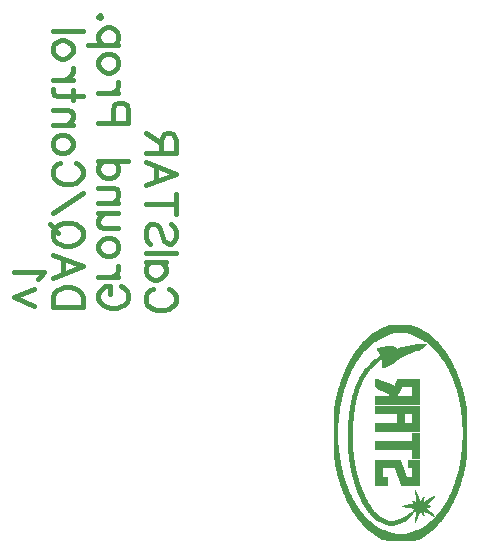
<source format=gbr>
%TF.GenerationSoftware,Novarm,DipTrace,3.3.0.1*%
%TF.CreationDate,2018-11-14T10:16:28-08:00*%
%FSLAX26Y26*%
%MOIN*%
%TF.FileFunction,Legend,Bot*%
%TF.Part,Single*%
%ADD12C,0.003*%
%ADD46C,0.015439*%
G75*
G01*
%LPD*%
X2657700Y1340700D2*
D12*
X2726700D1*
X2648826Y1337700D2*
X2736495D1*
X2640339Y1334700D2*
X2745111D1*
X2632663Y1331700D2*
X2752540D1*
X2626045Y1328700D2*
X2759115D1*
X2620379Y1325700D2*
X2765010D1*
X2615331Y1322700D2*
X2770300D1*
X2610606Y1319700D2*
X2775179D1*
X2606110Y1316700D2*
X2779835D1*
X2601861Y1313700D2*
X2663712D1*
X2723586D2*
X2784293D1*
X2597793Y1310700D2*
X2654829D1*
X2732190D2*
X2788438D1*
X2593731Y1307700D2*
X2646328D1*
X2740342D2*
X2792226D1*
X2589810Y1304700D2*
X2638558D1*
X2747967D2*
X2795951D1*
X2586226Y1301700D2*
X2631651D1*
X2754832D2*
X2799821D1*
X2582924Y1298700D2*
X2625555D1*
X2760743D2*
X2803651D1*
X2579788Y1295700D2*
X2620180D1*
X2765942D2*
X2807198D1*
X2576733Y1292700D2*
X2615352D1*
X2770741D2*
X2810473D1*
X2573712Y1289700D2*
X2610957D1*
X2775258D2*
X2813497D1*
X2570716Y1286700D2*
X2606829D1*
X2779426D2*
X2816169D1*
X2567819Y1283700D2*
X2602744D1*
X2783222D2*
X2818471D1*
X2565200Y1280700D2*
X2598815D1*
X2786949D2*
X2820709D1*
X2562918Y1277700D2*
X2595227D1*
X2750700D2*
X2780700D1*
X2790820D2*
X2823188D1*
X2560687Y1274700D2*
X2591925D1*
X2732493D2*
X2777584D1*
X2794651D2*
X2825899D1*
X2558222Y1271700D2*
X2588789D1*
X2651700D2*
X2666700D1*
X2716098D2*
X2773692D1*
X2798198D2*
X2828667D1*
X2555606Y1268700D2*
X2585733D1*
X2633513D2*
X2672700D1*
X2701493D2*
X2769271D1*
X2801484D2*
X2831232D1*
X2553115Y1265700D2*
X2582712D1*
X2615700D2*
X2678700D1*
X2687700D2*
X2764322D1*
X2804603D2*
X2833493D1*
X2550887Y1262700D2*
X2579704D1*
X2616187D2*
X2758607D1*
X2807551D2*
X2835705D1*
X2548688Y1259700D2*
X2576701D1*
X2617142D2*
X2752121D1*
X2810189D2*
X2838074D1*
X2546324Y1256700D2*
X2573712D1*
X2618683D2*
X2745106D1*
X2812478D2*
X2840412D1*
X2543987Y1253700D2*
X2570817D1*
X2620657D2*
X2737807D1*
X2814711D2*
X2842555D1*
X2541845Y1250700D2*
X2568200D1*
X2622580D2*
X2730283D1*
X2817177D2*
X2844627D1*
X2539773Y1247700D2*
X2565918D1*
X2624113D2*
X2722423D1*
X2819794D2*
X2846690D1*
X2537710Y1244700D2*
X2563699D1*
X2625206D2*
X2714143D1*
X2822285D2*
X2848580D1*
X2535820Y1241700D2*
X2561328D1*
X2625831D2*
X2705826D1*
X2824513D2*
X2850299D1*
X2534101Y1238700D2*
X2558988D1*
X2624183D2*
X2698359D1*
X2826712D2*
X2851992D1*
X2532408Y1235700D2*
X2556846D1*
X2620463D2*
X2692587D1*
X2829076D2*
X2853818D1*
X2530582Y1232700D2*
X2554773D1*
X2616305D2*
X2688471D1*
X2831413D2*
X2855766D1*
X2528634Y1229700D2*
X2552699D1*
X2612026D2*
X2685487D1*
X2833555D2*
X2857609D1*
X2526791Y1226700D2*
X2550714D1*
X2607950D2*
X2627236D1*
X2634412D2*
X2683224D1*
X2835627D2*
X2859309D1*
X2525103Y1223700D2*
X2548719D1*
X2604285D2*
X2623493D1*
X2632657D2*
X2680790D1*
X2837701D2*
X2860995D1*
X2523510Y1220700D2*
X2546690D1*
X2600947D2*
X2619704D1*
X2632518D2*
X2677124D1*
X2839686D2*
X2862808D1*
X2521974Y1217700D2*
X2544812D1*
X2597797D2*
X2616073D1*
X2632275D2*
X2672061D1*
X2841681D2*
X2864661D1*
X2520457Y1214700D2*
X2543099D1*
X2594736D2*
X2612412D1*
X2631813D2*
X2666050D1*
X2843710D2*
X2866215D1*
X2518954Y1211700D2*
X2541407D1*
X2591713D2*
X2608578D1*
X2631717D2*
X2659444D1*
X2845588D2*
X2867473D1*
X2517450Y1208700D2*
X2539581D1*
X2588704D2*
X2604862D1*
X2632177D2*
X2652697D1*
X2847290D2*
X2868727D1*
X2515952Y1205700D2*
X2537634D1*
X2585701D2*
X2601700D1*
X2632927D2*
X2646135D1*
X2848887D2*
X2870078D1*
X2514461Y1202700D2*
X2535791D1*
X2582712D2*
X2599133D1*
X2633700D2*
X2639700D1*
X2850425D2*
X2871501D1*
X2513057Y1199700D2*
X2534103D1*
X2579817D2*
X2596773D1*
X2851943D2*
X2872971D1*
X2511843Y1196700D2*
X2532510D1*
X2577200D2*
X2594242D1*
X2853446D2*
X2874456D1*
X2510775Y1193700D2*
X2530974D1*
X2574930D2*
X2591512D1*
X2854950D2*
X2875942D1*
X2509612Y1190700D2*
X2529457D1*
X2572804D2*
X2588737D1*
X2856448D2*
X2877344D1*
X2508298Y1187700D2*
X2527954D1*
X2570710D2*
X2586169D1*
X2857951D2*
X2878557D1*
X2506890Y1184700D2*
X2526450D1*
X2568718D2*
X2583919D1*
X2859449D2*
X2879625D1*
X2505437Y1181700D2*
X2524952D1*
X2566720D2*
X2581801D1*
X2860951D2*
X2880788D1*
X2504048Y1178700D2*
X2523461D1*
X2564690D2*
X2579709D1*
X2862449D2*
X2882090D1*
X2502840Y1175700D2*
X2522057D1*
X2562813D2*
X2577718D1*
X2863939D2*
X2883404D1*
X2501786Y1172700D2*
X2520843D1*
X2561110D2*
X2575720D1*
X2865343D2*
X2884580D1*
X2500717Y1169700D2*
X2519787D1*
X2559513D2*
X2573690D1*
X2866557D2*
X2885621D1*
X2499692Y1166700D2*
X2518717D1*
X2557975D2*
X2571813D1*
X2867613D2*
X2886685D1*
X2498726Y1163700D2*
X2517692D1*
X2556457D2*
X2570110D1*
X2868683D2*
X2887709D1*
X2497694Y1160700D2*
X2516714D1*
X2554954D2*
X2568513D1*
X2609700D2*
X2615700D1*
X2684700D2*
X2756700D1*
X2869708D2*
X2888674D1*
X2496684Y1157700D2*
X2515589D1*
X2553450D2*
X2566975D1*
X2609700D2*
X2624803D1*
X2683199D2*
X2756700D1*
X2870686D2*
X2889706D1*
X2495723Y1154700D2*
X2514302D1*
X2551952D2*
X2565469D1*
X2609700D2*
X2634082D1*
X2681457D2*
X2756700D1*
X2871811D2*
X2890716D1*
X2494693Y1151700D2*
X2512993D1*
X2550461D2*
X2564060D1*
X2609700D2*
X2643417D1*
X2679727D2*
X2756700D1*
X2873098D2*
X2891677D1*
X2493684Y1148700D2*
X2511819D1*
X2549057D2*
X2562844D1*
X2609700D2*
X2652450D1*
X2678161D2*
X2756700D1*
X2874407D2*
X2892707D1*
X2492723Y1145700D2*
X2510778D1*
X2547843D2*
X2561776D1*
X2609700D2*
X2661126D1*
X2676836D2*
X2756700D1*
X2875581D2*
X2893716D1*
X2491693Y1142700D2*
X2509714D1*
X2546775D2*
X2560612D1*
X2609712D2*
X2669700D1*
X2675700D2*
X2756700D1*
X2876622D2*
X2894677D1*
X2490684Y1139700D2*
X2508691D1*
X2545612D2*
X2559310D1*
X2609852D2*
X2756700D1*
X2877686D2*
X2895707D1*
X2489723Y1136700D2*
X2507726D1*
X2544310D2*
X2557996D1*
X2610204D2*
X2700164D1*
X2732700D2*
X2756700D1*
X2878709D2*
X2896716D1*
X2488705Y1133700D2*
X2506694D1*
X2543007D2*
X2556820D1*
X2612085D2*
X2697919D1*
X2732700D2*
X2756700D1*
X2879674D2*
X2897677D1*
X2487789Y1130700D2*
X2505684D1*
X2541925D2*
X2555779D1*
X2617047D2*
X2695801D1*
X2732700D2*
X2756700D1*
X2880706D2*
X2898695D1*
X2487105Y1127700D2*
X2504723D1*
X2541161D2*
X2554715D1*
X2623666D2*
X2693721D1*
X2732700D2*
X2756700D1*
X2881716D2*
X2899611D1*
X2486424Y1124700D2*
X2503705D1*
X2540445D2*
X2553691D1*
X2631474D2*
X2691824D1*
X2732700D2*
X2756700D1*
X2882677D2*
X2900295D1*
X2485570Y1121700D2*
X2502789D1*
X2539566D2*
X2552726D1*
X2639633D2*
X2690103D1*
X2732700D2*
X2756700D1*
X2883695D2*
X2900976D1*
X2484734Y1118700D2*
X2502105D1*
X2538631D2*
X2551706D1*
X2647044D2*
X2688409D1*
X2732700D2*
X2756700D1*
X2884611D2*
X2901830D1*
X2484084Y1115700D2*
X2501424D1*
X2537703D2*
X2550790D1*
X2652892D2*
X2686593D1*
X2732700D2*
X2756700D1*
X2885295D2*
X2902666D1*
X2483416Y1112700D2*
X2500570D1*
X2536686D2*
X2550105D1*
X2657700D2*
X2684750D1*
X2732700D2*
X2756700D1*
X2885976D2*
X2903316D1*
X2482567Y1109700D2*
X2499734D1*
X2535681D2*
X2549424D1*
X2656304D2*
X2683292D1*
X2732700D2*
X2756700D1*
X2886830D2*
X2903984D1*
X2481733Y1106700D2*
X2499084D1*
X2534722D2*
X2548570D1*
X2655377D2*
X2682364D1*
X2732700D2*
X2756700D1*
X2887654D2*
X2904833D1*
X2481084Y1103700D2*
X2498416D1*
X2533705D2*
X2547734D1*
X2609700D2*
X2756700D1*
X2888210D2*
X2905655D1*
X2480416Y1100700D2*
X2497567D1*
X2532801D2*
X2547084D1*
X2609700D2*
X2756700D1*
X2888602D2*
X2906211D1*
X2479567Y1097700D2*
X2496745D1*
X2532211D2*
X2546416D1*
X2609700D2*
X2756700D1*
X2889114D2*
X2906602D1*
X2478745Y1094700D2*
X2496189D1*
X2531806D2*
X2545567D1*
X2609700D2*
X2756700D1*
X2889886D2*
X2907114D1*
X2478201Y1091700D2*
X2495798D1*
X2531289D2*
X2544733D1*
X2609700D2*
X2756700D1*
X2890688D2*
X2907886D1*
X2477904Y1088700D2*
X2495286D1*
X2530515D2*
X2544084D1*
X2609700D2*
X2756700D1*
X2891324D2*
X2908676D1*
X2477668Y1085700D2*
X2494514D1*
X2529724D2*
X2543416D1*
X2609700D2*
X2756700D1*
X2891987D2*
X2909207D1*
X2477232Y1082700D2*
X2493724D1*
X2529182D2*
X2542567D1*
X2609700D2*
X2756700D1*
X2892833D2*
X2909499D1*
X2476493Y1079700D2*
X2493182D1*
X2528796D2*
X2541745D1*
X2609700D2*
X2756700D1*
X2893656D2*
X2909733D1*
X2475717Y1076700D2*
X2492796D1*
X2528285D2*
X2541201D1*
X2894199D2*
X2910168D1*
X2475191Y1073700D2*
X2492285D1*
X2527514D2*
X2540915D1*
X2894496D2*
X2910907D1*
X2474912Y1070700D2*
X2491514D1*
X2526724D2*
X2540785D1*
X2609700D2*
X2756700D1*
X2894732D2*
X2911683D1*
X2474773Y1067700D2*
X2490724D1*
X2526193D2*
X2540720D1*
X2609700D2*
X2756700D1*
X2895168D2*
X2912209D1*
X2474614Y1064700D2*
X2490193D1*
X2525901D2*
X2540594D1*
X2609700D2*
X2756700D1*
X2895907D2*
X2912488D1*
X2474212Y1061700D2*
X2489913D1*
X2525667D2*
X2540204D1*
X2609700D2*
X2756700D1*
X2896683D2*
X2912616D1*
X2473486Y1058700D2*
X2489773D1*
X2525232D2*
X2539483D1*
X2609700D2*
X2756700D1*
X2897209D2*
X2912668D1*
X2472714Y1055700D2*
X2489614D1*
X2524493D2*
X2538713D1*
X2609700D2*
X2756700D1*
X2897488D2*
X2912689D1*
X2472190Y1052700D2*
X2489212D1*
X2523717D2*
X2538190D1*
X2609700D2*
X2756700D1*
X2897616D2*
X2912696D1*
X2471912Y1049700D2*
X2488486D1*
X2523191D2*
X2537911D1*
X2609700D2*
X2756700D1*
X2897680D2*
X2912699D1*
X2471784Y1046700D2*
X2487714D1*
X2522912D2*
X2537784D1*
X2681700D2*
X2705700D1*
X2732700D2*
X2756700D1*
X2897806D2*
X2912700D1*
X2471732Y1043700D2*
X2487190D1*
X2522784D2*
X2537732D1*
X2681700D2*
X2705700D1*
X2732700D2*
X2756700D1*
X2898196D2*
X2912700D1*
X2471711Y1040700D2*
X2486912D1*
X2522732D2*
X2537700D1*
X2681700D2*
X2705700D1*
X2732700D2*
X2756700D1*
X2898917D2*
X2912700D1*
X2471704Y1037700D2*
X2486784D1*
X2522711D2*
X2537587D1*
X2681700D2*
X2705700D1*
X2732700D2*
X2756700D1*
X2899687D2*
X2912700D1*
X2471701Y1034700D2*
X2486732D1*
X2522692D2*
X2537202D1*
X2681700D2*
X2705700D1*
X2732700D2*
X2756700D1*
X2900210D2*
X2912700D1*
X2471700Y1031700D2*
X2486711D1*
X2522584D2*
X2536482D1*
X2681700D2*
X2705700D1*
X2732700D2*
X2756700D1*
X2900489D2*
X2912700D1*
X2471700Y1028700D2*
X2486692D1*
X2522201D2*
X2535713D1*
X2681700D2*
X2705700D1*
X2732700D2*
X2756700D1*
X2900616D2*
X2912700D1*
X2471700Y1025700D2*
X2486584D1*
X2521482D2*
X2535190D1*
X2681700D2*
X2705700D1*
X2732700D2*
X2756700D1*
X2900668D2*
X2912700D1*
X2471700Y1022700D2*
X2486201D1*
X2520713D2*
X2534911D1*
X2681700D2*
X2705700D1*
X2732700D2*
X2756700D1*
X2900689D2*
X2912700D1*
X2471700Y1019700D2*
X2485482D1*
X2520190D2*
X2534784D1*
X2681700D2*
X2705700D1*
X2732700D2*
X2756700D1*
X2900696D2*
X2912700D1*
X2471700Y1016700D2*
X2484713D1*
X2519911D2*
X2534732D1*
X2681700D2*
X2705700D1*
X2732700D2*
X2756700D1*
X2900699D2*
X2912700D1*
X2471700Y1013700D2*
X2484190D1*
X2519784D2*
X2534711D1*
X2609700D2*
X2756700D1*
X2900700D2*
X2912700D1*
X2471700Y1010700D2*
X2483911D1*
X2519732D2*
X2534704D1*
X2609700D2*
X2756700D1*
X2900712D2*
X2912700D1*
X2471700Y1007700D2*
X2483784D1*
X2519711D2*
X2534701D1*
X2609700D2*
X2756700D1*
X2900817D2*
X2912700D1*
X2471700Y1004700D2*
X2483732D1*
X2519704D2*
X2534700D1*
X2609700D2*
X2756700D1*
X2901199D2*
X2912700D1*
X2471700Y1001700D2*
X2483711D1*
X2519701D2*
X2534700D1*
X2609700D2*
X2756700D1*
X2901918D2*
X2912700D1*
X2471700Y998700D2*
X2483704D1*
X2519700D2*
X2534700D1*
X2609700D2*
X2756700D1*
X2902687D2*
X2912700D1*
X2471700Y995700D2*
X2483701D1*
X2519700D2*
X2534700D1*
X2609700D2*
X2756700D1*
X2903210D2*
X2912700D1*
X2471700Y992700D2*
X2483700D1*
X2519700D2*
X2534700D1*
X2609700D2*
X2756700D1*
X2903489D2*
X2912700D1*
X2471700Y989700D2*
X2483700D1*
X2519700D2*
X2534688D1*
X2609700D2*
X2756700D1*
X2903616D2*
X2912700D1*
X2471700Y986700D2*
X2483700D1*
X2519700D2*
X2534583D1*
X2903668D2*
X2912700D1*
X2471700Y983700D2*
X2483700D1*
X2519700D2*
X2534200D1*
X2903689D2*
X2912700D1*
X2471700Y980700D2*
X2483700D1*
X2519700D2*
X2533482D1*
X2732700D2*
X2756700D1*
X2903696D2*
X2912700D1*
X2471700Y977700D2*
X2483700D1*
X2519700D2*
X2532713D1*
X2732700D2*
X2756700D1*
X2903699D2*
X2912700D1*
X2471700Y974700D2*
X2483700D1*
X2519700D2*
X2532201D1*
X2732700D2*
X2756700D1*
X2903700D2*
X2912700D1*
X2471700Y971700D2*
X2483700D1*
X2519700D2*
X2532029D1*
X2732700D2*
X2756700D1*
X2903688D2*
X2912700D1*
X2471700Y968700D2*
X2483700D1*
X2519700D2*
X2532284D1*
X2732700D2*
X2756700D1*
X2903583D2*
X2912700D1*
X2471700Y965700D2*
X2483700D1*
X2519700D2*
X2532950D1*
X2732700D2*
X2756700D1*
X2903200D2*
X2912700D1*
X2471700Y962700D2*
X2483700D1*
X2519700D2*
X2533698D1*
X2732700D2*
X2756700D1*
X2902482D2*
X2912700D1*
X2471700Y959700D2*
X2483700D1*
X2519700D2*
X2534214D1*
X2732700D2*
X2756700D1*
X2901713D2*
X2912700D1*
X2471700Y956700D2*
X2483700D1*
X2519700D2*
X2534490D1*
X2732700D2*
X2756700D1*
X2901190D2*
X2912700D1*
X2471700Y953700D2*
X2483712D1*
X2519700D2*
X2534616D1*
X2609700D2*
X2756700D1*
X2900911D2*
X2912700D1*
X2471700Y950700D2*
X2483817D1*
X2519700D2*
X2534669D1*
X2609700D2*
X2756700D1*
X2900784D2*
X2912700D1*
X2471700Y947700D2*
X2484200D1*
X2519700D2*
X2534689D1*
X2609700D2*
X2756700D1*
X2900732D2*
X2912700D1*
X2471700Y944700D2*
X2484918D1*
X2519700D2*
X2534696D1*
X2609700D2*
X2756700D1*
X2900711D2*
X2912700D1*
X2471700Y941700D2*
X2485687D1*
X2519700D2*
X2534699D1*
X2609700D2*
X2756700D1*
X2900704D2*
X2912700D1*
X2471700Y938700D2*
X2486210D1*
X2519700D2*
X2534700D1*
X2609700D2*
X2756700D1*
X2900701D2*
X2912700D1*
X2471700Y935700D2*
X2486489D1*
X2519700D2*
X2534700D1*
X2609700D2*
X2756700D1*
X2900700D2*
X2912700D1*
X2471700Y932700D2*
X2486616D1*
X2519700D2*
X2534700D1*
X2609700D2*
X2756700D1*
X2900688D2*
X2912700D1*
X2471700Y929700D2*
X2486668D1*
X2519700D2*
X2534700D1*
X2609700D2*
X2756700D1*
X2900583D2*
X2912700D1*
X2471700Y926700D2*
X2486700D1*
X2519700D2*
X2534700D1*
X2732700D2*
X2756700D1*
X2900201D2*
X2912700D1*
X2471700Y923700D2*
X2486813D1*
X2519712D2*
X2534712D1*
X2732700D2*
X2756700D1*
X2899482D2*
X2912700D1*
X2471700Y920700D2*
X2487198D1*
X2519817D2*
X2534817D1*
X2732700D2*
X2756700D1*
X2898713D2*
X2912700D1*
X2471700Y917700D2*
X2487918D1*
X2520200D2*
X2535200D1*
X2732700D2*
X2756700D1*
X2898190D2*
X2912700D1*
X2471712Y914700D2*
X2488687D1*
X2520918D2*
X2535918D1*
X2732700D2*
X2756700D1*
X2897911D2*
X2912700D1*
X2471817Y911700D2*
X2489210D1*
X2521687D2*
X2536687D1*
X2732700D2*
X2756700D1*
X2897784D2*
X2912700D1*
X2472200Y908700D2*
X2489489D1*
X2522210D2*
X2537210D1*
X2732700D2*
X2756700D1*
X2897720D2*
X2912700D1*
X2472918Y905700D2*
X2489616D1*
X2522489D2*
X2537489D1*
X2732700D2*
X2756700D1*
X2897594D2*
X2912700D1*
X2473687Y902700D2*
X2489680D1*
X2522616D2*
X2537616D1*
X2732700D2*
X2756700D1*
X2897204D2*
X2912700D1*
X2474210Y899700D2*
X2489806D1*
X2522680D2*
X2537680D1*
X2732700D2*
X2756700D1*
X2896483D2*
X2912688D1*
X2474500Y896700D2*
X2490196D1*
X2522806D2*
X2537806D1*
X2895713D2*
X2912583D1*
X2474733Y893700D2*
X2490917D1*
X2523196D2*
X2538196D1*
X2895178D2*
X2912200D1*
X2475168Y890700D2*
X2491687D1*
X2523917D2*
X2538917D1*
X2609700D2*
X2693700D1*
X2720700D2*
X2756700D1*
X2894794D2*
X2911482D1*
X2475907Y887700D2*
X2492222D1*
X2524687D2*
X2539687D1*
X2609700D2*
X2694737D1*
X2720700D2*
X2756700D1*
X2894285D2*
X2910713D1*
X2476683Y884700D2*
X2492606D1*
X2525210D2*
X2540210D1*
X2609700D2*
X2695736D1*
X2720700D2*
X2756700D1*
X2893513D2*
X2910190D1*
X2477209Y881700D2*
X2493115D1*
X2525500D2*
X2540500D1*
X2609700D2*
X2696687D1*
X2720700D2*
X2756700D1*
X2892724D2*
X2909900D1*
X2477500Y878700D2*
X2493887D1*
X2525733D2*
X2540733D1*
X2609700D2*
X2697711D1*
X2720700D2*
X2756700D1*
X2892182D2*
X2909667D1*
X2477733Y875700D2*
X2494688D1*
X2526168D2*
X2541168D1*
X2609700D2*
X2698718D1*
X2720700D2*
X2756700D1*
X2891795D2*
X2909232D1*
X2478168Y872700D2*
X2495324D1*
X2526907D2*
X2541907D1*
X2609700D2*
X2699678D1*
X2720700D2*
X2756700D1*
X2891285D2*
X2908493D1*
X2478907Y869700D2*
X2495987D1*
X2527683D2*
X2542683D1*
X2609700D2*
X2700707D1*
X2720700D2*
X2756700D1*
X2890514D2*
X2907717D1*
X2479683Y866700D2*
X2496833D1*
X2528221D2*
X2543221D1*
X2609700D2*
X2633700D1*
X2676164D2*
X2701716D1*
X2732700D2*
X2756700D1*
X2889724D2*
X2907179D1*
X2480221Y863700D2*
X2497656D1*
X2528605D2*
X2543605D1*
X2609700D2*
X2633700D1*
X2676919D2*
X2702689D1*
X2732700D2*
X2756700D1*
X2889182D2*
X2906795D1*
X2480605Y860700D2*
X2498211D1*
X2529115D2*
X2544115D1*
X2609700D2*
X2633700D1*
X2677801D2*
X2703812D1*
X2732700D2*
X2756700D1*
X2888795D2*
X2906285D1*
X2481115Y857700D2*
X2498602D1*
X2529886D2*
X2544886D1*
X2609700D2*
X2633700D1*
X2678721D2*
X2705099D1*
X2732700D2*
X2756700D1*
X2888285D2*
X2905514D1*
X2481886Y854700D2*
X2499114D1*
X2530688D2*
X2545688D1*
X2609700D2*
X2633700D1*
X2679824D2*
X2706407D1*
X2732700D2*
X2756700D1*
X2887502D2*
X2904712D1*
X2482688Y851700D2*
X2499886D1*
X2531324D2*
X2546324D1*
X2609700D2*
X2633700D1*
X2681103D2*
X2707581D1*
X2732700D2*
X2756700D1*
X2886607D2*
X2904076D1*
X2483324Y848700D2*
X2500688D1*
X2531987D2*
X2546987D1*
X2609700D2*
X2633700D1*
X2682409D2*
X2708622D1*
X2732700D2*
X2756700D1*
X2885694D2*
X2903413D1*
X2483987Y845700D2*
X2501324D1*
X2532833D2*
X2547833D1*
X2609700D2*
X2633700D1*
X2683582D2*
X2709674D1*
X2732700D2*
X2756700D1*
X2884695D2*
X2902555D1*
X2484833Y842700D2*
X2501987D1*
X2533667D2*
X2548667D1*
X2609700D2*
X2633700D1*
X2684622D2*
X2710600D1*
X2732700D2*
X2756700D1*
X2883786D2*
X2901627D1*
X2485667Y839700D2*
X2502845D1*
X2534316D2*
X2549316D1*
X2609700D2*
X2633700D1*
X2685686D2*
X2711230D1*
X2732700D2*
X2756700D1*
X2883104D2*
X2900701D1*
X2486316Y836700D2*
X2503773D1*
X2534984D2*
X2549984D1*
X2609700D2*
X2633700D1*
X2686709D2*
X2711700D1*
X2732700D2*
X2756700D1*
X2882411D2*
X2899697D1*
X2486984Y833700D2*
X2504699D1*
X2535844D2*
X2550844D1*
X2609700D2*
X2648700D1*
X2687674D2*
X2756700D1*
X2881453D2*
X2898787D1*
X2487844Y830700D2*
X2505714D1*
X2536772D2*
X2551772D1*
X2609700D2*
X2648700D1*
X2688706D2*
X2756700D1*
X2880246D2*
X2898104D1*
X2488772Y827700D2*
X2506719D1*
X2537699D2*
X2552699D1*
X2609700D2*
X2648700D1*
X2689716D2*
X2756700D1*
X2878983D2*
X2897423D1*
X2489699Y824700D2*
X2507678D1*
X2538703D2*
X2553714D1*
X2609700D2*
X2648700D1*
X2690689D2*
X2756700D1*
X2877916D2*
X2896558D1*
X2490714Y821700D2*
X2508707D1*
X2539613D2*
X2554719D1*
X2609700D2*
X2648700D1*
X2691812D2*
X2756700D1*
X2877158D2*
X2895628D1*
X2491719Y818700D2*
X2509716D1*
X2540296D2*
X2555678D1*
X2609700D2*
X2648700D1*
X2693101D2*
X2756700D1*
X2876432D2*
X2894702D1*
X2492678Y815700D2*
X2510689D1*
X2540977D2*
X2556707D1*
X2609700D2*
X2648700D1*
X2694425D2*
X2756700D1*
X2875460D2*
X2893686D1*
X2493707Y812700D2*
X2511812D1*
X2541842D2*
X2557716D1*
X2609700D2*
X2648700D1*
X2695634D2*
X2756700D1*
X2874249D2*
X2892681D1*
X2494716Y809700D2*
X2513099D1*
X2542772D2*
X2558677D1*
X2609700D2*
X2648700D1*
X2696700D2*
X2756700D1*
X2872972D2*
X2891722D1*
X2495677Y806700D2*
X2514407D1*
X2543698D2*
X2559707D1*
X2871811D2*
X2890693D1*
X2496707Y803700D2*
X2515581D1*
X2544714D2*
X2560716D1*
X2870776D2*
X2889684D1*
X2497716Y800700D2*
X2516634D1*
X2545719D2*
X2561689D1*
X2869714D2*
X2888723D1*
X2498677Y797700D2*
X2517791D1*
X2546690D2*
X2562812D1*
X2868691D2*
X2887693D1*
X2499707Y794700D2*
X2519091D1*
X2547812D2*
X2564110D1*
X2867714D2*
X2886684D1*
X2500716Y791700D2*
X2520405D1*
X2549099D2*
X2565513D1*
X2741700D2*
D3*
X2866589D2*
X2885711D1*
X2501689Y788700D2*
X2521580D1*
X2550407D2*
X2566975D1*
X2742164D2*
X2744700D1*
X2865290D2*
X2884588D1*
X2502812Y785700D2*
X2522633D1*
X2551581D2*
X2568457D1*
X2742907D2*
X2745840D1*
X2863887D2*
X2883301D1*
X2504110Y782700D2*
X2523803D1*
X2552634D2*
X2569942D1*
X2743684D2*
X2747117D1*
X2862425D2*
X2881993D1*
X2505513Y779700D2*
X2525208D1*
X2553791D2*
X2571344D1*
X2744221D2*
X2748417D1*
X2860943D2*
X2880819D1*
X2506964Y776700D2*
X2526892D1*
X2555103D2*
X2572557D1*
X2744606D2*
X2749585D1*
X2859446D2*
X2879766D1*
X2508352Y773700D2*
X2528693D1*
X2556510D2*
X2573625D1*
X2745115D2*
X2750635D1*
X2857950D2*
X2878609D1*
X2509560Y770700D2*
X2530238D1*
X2557963D2*
X2574800D1*
X2745886D2*
X2751792D1*
X2807700D2*
D3*
X2856448D2*
X2877297D1*
X2510626Y767700D2*
X2531583D1*
X2559352D2*
X2576207D1*
X2746676D2*
X2753093D1*
X2768700D2*
X2771700D1*
X2800327D2*
X2807700D1*
X2854951D2*
X2875890D1*
X2511788Y764700D2*
X2533122D1*
X2560560D2*
X2577904D1*
X2747207D2*
X2754423D1*
X2767096D2*
X2770315D1*
X2793580D2*
X2804236D1*
X2853449D2*
X2874426D1*
X2513102Y761700D2*
X2534903D1*
X2561626D2*
X2579798D1*
X2747488D2*
X2755633D1*
X2765023D2*
X2769450D1*
X2787606D2*
X2800493D1*
X2851951D2*
X2872943D1*
X2514510Y758700D2*
X2536665D1*
X2562800D2*
X2581620D1*
X2747621D2*
X2756700D1*
X2762700D2*
X2768992D1*
X2782431D2*
X2796716D1*
X2850449D2*
X2871446D1*
X2515974Y755700D2*
X2538319D1*
X2564207D2*
X2583301D1*
X2732700D2*
X2738700D1*
X2747700D2*
X2768700D1*
X2777700D2*
X2793190D1*
X2848939D2*
X2869950D1*
X2517457Y752700D2*
X2539898D1*
X2565904D2*
X2584891D1*
X2735700D2*
X2789912D1*
X2847343D2*
X2868448D1*
X2518954Y749700D2*
X2541440D1*
X2567798D2*
X2586438D1*
X2738700D2*
X2786784D1*
X2845557D2*
X2866951D1*
X2520461Y746700D2*
X2543061D1*
X2569620D2*
X2588048D1*
X2741700D2*
X2783730D1*
X2843613D2*
X2865449D1*
X2522057Y743700D2*
X2544946D1*
X2571313D2*
X2589840D1*
X2726935D2*
X2780700D1*
X2841683D2*
X2863951D1*
X2523843Y740700D2*
X2547168D1*
X2572997D2*
X2591786D1*
X2712868D2*
X2786700D1*
X2839708D2*
X2862449D1*
X2525775Y737700D2*
X2549436D1*
X2574820D2*
X2593717D1*
X2699700D2*
X2792700D1*
X2837674D2*
X2860939D1*
X2527612Y734700D2*
X2551462D1*
X2576779D2*
X2595692D1*
X2720888D2*
X2785106D1*
X2835694D2*
X2859343D1*
X2529310Y731700D2*
X2553249D1*
X2578726D2*
X2597726D1*
X2741700D2*
X2777700D1*
X2833610D2*
X2857557D1*
X2530996Y728700D2*
X2554984D1*
X2580797D2*
X2599706D1*
X2740085D2*
X2782085D1*
X2831295D2*
X2855613D1*
X2532820Y725700D2*
X2556929D1*
X2583108D2*
X2601801D1*
X2737946D2*
X2785946D1*
X2828976D2*
X2853683D1*
X2534767Y722700D2*
X2559263D1*
X2585424D2*
X2604223D1*
X2735371D2*
X2789382D1*
X2826830D2*
X2851708D1*
X2536609Y719700D2*
X2561826D1*
X2587570D2*
X2606923D1*
X2732459D2*
X2738110D1*
X2747688D2*
X2768814D1*
X2777688D2*
X2792576D1*
X2824654D2*
X2849686D1*
X2538309Y716700D2*
X2564296D1*
X2589746D2*
X2609788D1*
X2729143D2*
X2736865D1*
X2747583D2*
X2756225D1*
X2762577D2*
X2769201D1*
X2783583D2*
X2795654D1*
X2822210D2*
X2847811D1*
X2540007Y713700D2*
X2566517D1*
X2592201D2*
X2612733D1*
X2725349D2*
X2734870D1*
X2747200D2*
X2755375D1*
X2765111D2*
X2769945D1*
X2789200D2*
X2798684D1*
X2819602D2*
X2846098D1*
X2541925Y710700D2*
X2568725D1*
X2594915D2*
X2615723D1*
X2721196D2*
X2732357D1*
X2746482D2*
X2754205D1*
X2767085D2*
X2770838D1*
X2794481D2*
X2801694D1*
X2817114D2*
X2844395D1*
X2544161Y707700D2*
X2571194D1*
X2597785D2*
X2618833D1*
X2716829D2*
X2729568D1*
X2745713D2*
X2752855D1*
X2768700D2*
X2771700D1*
X2799705D2*
X2804698D1*
X2814886D2*
X2842476D1*
X2546445Y704700D2*
X2573913D1*
X2600744D2*
X2622330D1*
X2712178D2*
X2726652D1*
X2745178D2*
X2751413D1*
X2805136D2*
X2807700D1*
X2812676D2*
X2840239D1*
X2548578Y701700D2*
X2576785D1*
X2603829D2*
X2626582D1*
X2706881D2*
X2723671D1*
X2744794D2*
X2749939D1*
X2810207D2*
X2837955D1*
X2550748Y698700D2*
X2579732D1*
X2607215D2*
X2631912D1*
X2700387D2*
X2720577D1*
X2744285D2*
X2748444D1*
X2807688D2*
X2835822D1*
X2553190Y695700D2*
X2582711D1*
X2611048D2*
X2638812D1*
X2692098D2*
X2717187D1*
X2743513D2*
X2746950D1*
X2804583D2*
X2833652D1*
X2555799Y692700D2*
X2585716D1*
X2615316D2*
X2647670D1*
X2681585D2*
X2713352D1*
X2742724D2*
X2745458D1*
X2801200D2*
X2831198D1*
X2558286Y689700D2*
X2588818D1*
X2620057D2*
X2657700D1*
X2669700D2*
X2709072D1*
X2742191D2*
X2744038D1*
X2797482D2*
X2828484D1*
X2560514Y686700D2*
X2592200D1*
X2625357D2*
X2704191D1*
X2741895D2*
X2742789D1*
X2793713D2*
X2825626D1*
X2562724Y683700D2*
X2595918D1*
X2631338D2*
X2698198D1*
X2741700D2*
D3*
X2790178D2*
X2822785D1*
X2565193Y680700D2*
X2599699D1*
X2638570D2*
X2690427D1*
X2786794D2*
X2820188D1*
X2567913Y677700D2*
X2603339D1*
X2647581D2*
X2680622D1*
X2783273D2*
X2817902D1*
X2570785Y674700D2*
X2607105D1*
X2657700D2*
X2669700D1*
X2779385D2*
X2815569D1*
X2573732Y671700D2*
X2611345D1*
X2775096D2*
X2812710D1*
X2576723Y668700D2*
X2616014D1*
X2770347D2*
X2809270D1*
X2579821Y665700D2*
X2620932D1*
X2765079D2*
X2805629D1*
X2583201Y662700D2*
X2626353D1*
X2759429D2*
X2802158D1*
X2586930Y659700D2*
X2632595D1*
X2753458D2*
X2798888D1*
X2590805Y656700D2*
X2639673D1*
X2746905D2*
X2795663D1*
X2594722Y653700D2*
X2647774D1*
X2739213D2*
X2792219D1*
X2598824Y650700D2*
X2657188D1*
X2730030D2*
X2788376D1*
X2603114Y647700D2*
X2667704D1*
X2719627D2*
X2784205D1*
X2607526Y644700D2*
X2779844D1*
X2612093Y641700D2*
X2775296D1*
X2616969Y638700D2*
X2770416D1*
X2622301Y635700D2*
X2764992D1*
X2628074Y632700D2*
X2758950D1*
X2634387Y629700D2*
X2752357D1*
X2641349Y626700D2*
X2745528D1*
X2648700Y623700D2*
X2738700D1*
X2657700Y1340700D2*
X2648826Y1337700D1*
X2640339Y1334700D1*
X2632663Y1331700D1*
X2626045Y1328700D1*
X2620379Y1325700D1*
X2615331Y1322700D1*
X2610606Y1319700D1*
X2606110Y1316700D1*
X2601861Y1313700D1*
X2597793Y1310700D1*
X2593731Y1307700D1*
X2589810Y1304700D1*
X2586226Y1301700D1*
X2582924Y1298700D1*
X2579788Y1295700D1*
X2576733Y1292700D1*
X2573712Y1289700D1*
X2570716Y1286700D1*
X2567819Y1283700D1*
X2565200Y1280700D1*
X2562918Y1277700D1*
X2560687Y1274700D1*
X2558222Y1271700D1*
X2555606Y1268700D1*
X2553115Y1265700D1*
X2550887Y1262700D1*
X2548688Y1259700D1*
X2546324Y1256700D1*
X2543987Y1253700D1*
X2541845Y1250700D1*
X2539773Y1247700D1*
X2537710Y1244700D1*
X2535820Y1241700D1*
X2534101Y1238700D1*
X2532408Y1235700D1*
X2530582Y1232700D1*
X2528634Y1229700D1*
X2526791Y1226700D1*
X2525103Y1223700D1*
X2523510Y1220700D1*
X2521974Y1217700D1*
X2520457Y1214700D1*
X2518954Y1211700D1*
X2517450Y1208700D1*
X2515952Y1205700D1*
X2514461Y1202700D1*
X2513057Y1199700D1*
X2511843Y1196700D1*
X2510775Y1193700D1*
X2509612Y1190700D1*
X2508298Y1187700D1*
X2506890Y1184700D1*
X2505437Y1181700D1*
X2504048Y1178700D1*
X2502840Y1175700D1*
X2501786Y1172700D1*
X2500717Y1169700D1*
X2499692Y1166700D1*
X2498726Y1163700D1*
X2497694Y1160700D1*
X2496684Y1157700D1*
X2495723Y1154700D1*
X2494693Y1151700D1*
X2493684Y1148700D1*
X2492723Y1145700D1*
X2491693Y1142700D1*
X2490684Y1139700D1*
X2489723Y1136700D1*
X2488705Y1133700D1*
X2487789Y1130700D1*
X2487105Y1127700D1*
X2486424Y1124700D1*
X2485570Y1121700D1*
X2484734Y1118700D1*
X2484084Y1115700D1*
X2483416Y1112700D1*
X2482567Y1109700D1*
X2481733Y1106700D1*
X2481084Y1103700D1*
X2480416Y1100700D1*
X2479567Y1097700D1*
X2478745Y1094700D1*
X2478201Y1091700D1*
X2477904Y1088700D1*
X2477668Y1085700D1*
X2477232Y1082700D1*
X2476493Y1079700D1*
X2475717Y1076700D1*
X2475191Y1073700D1*
X2474912Y1070700D1*
X2474773Y1067700D1*
X2474614Y1064700D1*
X2474212Y1061700D1*
X2473486Y1058700D1*
X2472714Y1055700D1*
X2472190Y1052700D1*
X2471912Y1049700D1*
X2471784Y1046700D1*
X2471732Y1043700D1*
X2471711Y1040700D1*
X2471704Y1037700D1*
X2471701Y1034700D1*
X2471700Y1031700D1*
Y1028700D1*
Y1025700D1*
Y1022700D1*
Y1019700D1*
Y1016700D1*
Y1013700D1*
Y1010700D1*
Y1007700D1*
Y1004700D1*
Y1001700D1*
Y998700D1*
Y995700D1*
Y992700D1*
Y989700D1*
Y986700D1*
Y983700D1*
Y980700D1*
Y977700D1*
Y974700D1*
Y971700D1*
Y968700D1*
Y965700D1*
Y962700D1*
Y959700D1*
Y956700D1*
Y953700D1*
Y950700D1*
Y947700D1*
Y944700D1*
Y941700D1*
Y938700D1*
Y935700D1*
Y932700D1*
Y929700D1*
Y926700D1*
Y923700D1*
Y920700D1*
Y917700D1*
X2471712Y914700D1*
X2471817Y911700D1*
X2472200Y908700D1*
X2472918Y905700D1*
X2473687Y902700D1*
X2474210Y899700D1*
X2474500Y896700D1*
X2474733Y893700D1*
X2475168Y890700D1*
X2475907Y887700D1*
X2476683Y884700D1*
X2477209Y881700D1*
X2477500Y878700D1*
X2477733Y875700D1*
X2478168Y872700D1*
X2478907Y869700D1*
X2479683Y866700D1*
X2480221Y863700D1*
X2480605Y860700D1*
X2481115Y857700D1*
X2481886Y854700D1*
X2482688Y851700D1*
X2483324Y848700D1*
X2483987Y845700D1*
X2484833Y842700D1*
X2485667Y839700D1*
X2486316Y836700D1*
X2486984Y833700D1*
X2487844Y830700D1*
X2488772Y827700D1*
X2489699Y824700D1*
X2490714Y821700D1*
X2491719Y818700D1*
X2492678Y815700D1*
X2493707Y812700D1*
X2494716Y809700D1*
X2495677Y806700D1*
X2496707Y803700D1*
X2497716Y800700D1*
X2498677Y797700D1*
X2499707Y794700D1*
X2500716Y791700D1*
X2501689Y788700D1*
X2502812Y785700D1*
X2504110Y782700D1*
X2505513Y779700D1*
X2506964Y776700D1*
X2508352Y773700D1*
X2509560Y770700D1*
X2510626Y767700D1*
X2511788Y764700D1*
X2513102Y761700D1*
X2514510Y758700D1*
X2515974Y755700D1*
X2517457Y752700D1*
X2518954Y749700D1*
X2520461Y746700D1*
X2522057Y743700D1*
X2523843Y740700D1*
X2525775Y737700D1*
X2527612Y734700D1*
X2529310Y731700D1*
X2530996Y728700D1*
X2532820Y725700D1*
X2534767Y722700D1*
X2536609Y719700D1*
X2538309Y716700D1*
X2540007Y713700D1*
X2541925Y710700D1*
X2544161Y707700D1*
X2546445Y704700D1*
X2548578Y701700D1*
X2550748Y698700D1*
X2553190Y695700D1*
X2555799Y692700D1*
X2558286Y689700D1*
X2560514Y686700D1*
X2562724Y683700D1*
X2565193Y680700D1*
X2567913Y677700D1*
X2570785Y674700D1*
X2573732Y671700D1*
X2576723Y668700D1*
X2579821Y665700D1*
X2583201Y662700D1*
X2586930Y659700D1*
X2590805Y656700D1*
X2594722Y653700D1*
X2598824Y650700D1*
X2603114Y647700D1*
X2607526Y644700D1*
X2612093Y641700D1*
X2616969Y638700D1*
X2622301Y635700D1*
X2628074Y632700D1*
X2634387Y629700D1*
X2641349Y626700D1*
X2648700Y623700D1*
X2726700Y1340700D2*
X2736495Y1337700D1*
X2745111Y1334700D1*
X2752540Y1331700D1*
X2759115Y1328700D1*
X2765010Y1325700D1*
X2770300Y1322700D1*
X2775179Y1319700D1*
X2779835Y1316700D1*
X2784293Y1313700D1*
X2788438Y1310700D1*
X2792226Y1307700D1*
X2795951Y1304700D1*
X2799821Y1301700D1*
X2803651Y1298700D1*
X2807198Y1295700D1*
X2810473Y1292700D1*
X2813497Y1289700D1*
X2816169Y1286700D1*
X2818471Y1283700D1*
X2820709Y1280700D1*
X2823188Y1277700D1*
X2825899Y1274700D1*
X2828667Y1271700D1*
X2831232Y1268700D1*
X2833493Y1265700D1*
X2835705Y1262700D1*
X2838074Y1259700D1*
X2840412Y1256700D1*
X2842555Y1253700D1*
X2844627Y1250700D1*
X2846690Y1247700D1*
X2848580Y1244700D1*
X2850299Y1241700D1*
X2851992Y1238700D1*
X2853818Y1235700D1*
X2855766Y1232700D1*
X2857609Y1229700D1*
X2859309Y1226700D1*
X2860995Y1223700D1*
X2862808Y1220700D1*
X2864661Y1217700D1*
X2866215Y1214700D1*
X2867473Y1211700D1*
X2868727Y1208700D1*
X2870078Y1205700D1*
X2871501Y1202700D1*
X2872971Y1199700D1*
X2874456Y1196700D1*
X2875942Y1193700D1*
X2877344Y1190700D1*
X2878557Y1187700D1*
X2879625Y1184700D1*
X2880788Y1181700D1*
X2882090Y1178700D1*
X2883404Y1175700D1*
X2884580Y1172700D1*
X2885621Y1169700D1*
X2886685Y1166700D1*
X2887709Y1163700D1*
X2888674Y1160700D1*
X2889706Y1157700D1*
X2890716Y1154700D1*
X2891677Y1151700D1*
X2892707Y1148700D1*
X2893716Y1145700D1*
X2894677Y1142700D1*
X2895707Y1139700D1*
X2896716Y1136700D1*
X2897677Y1133700D1*
X2898695Y1130700D1*
X2899611Y1127700D1*
X2900295Y1124700D1*
X2900976Y1121700D1*
X2901830Y1118700D1*
X2902666Y1115700D1*
X2903316Y1112700D1*
X2903984Y1109700D1*
X2904833Y1106700D1*
X2905655Y1103700D1*
X2906211Y1100700D1*
X2906602Y1097700D1*
X2907114Y1094700D1*
X2907886Y1091700D1*
X2908676Y1088700D1*
X2909207Y1085700D1*
X2909499Y1082700D1*
X2909733Y1079700D1*
X2910168Y1076700D1*
X2910907Y1073700D1*
X2911683Y1070700D1*
X2912209Y1067700D1*
X2912488Y1064700D1*
X2912616Y1061700D1*
X2912668Y1058700D1*
X2912689Y1055700D1*
X2912696Y1052700D1*
X2912699Y1049700D1*
X2912700Y1046700D1*
Y1043700D1*
Y1040700D1*
Y1037700D1*
Y1034700D1*
Y1031700D1*
Y1028700D1*
Y1025700D1*
Y1022700D1*
Y1019700D1*
Y1016700D1*
Y1013700D1*
Y1010700D1*
Y1007700D1*
Y1004700D1*
Y1001700D1*
Y998700D1*
Y995700D1*
Y992700D1*
Y989700D1*
Y986700D1*
Y983700D1*
Y980700D1*
Y977700D1*
Y974700D1*
Y971700D1*
Y968700D1*
Y965700D1*
Y962700D1*
Y959700D1*
Y956700D1*
Y953700D1*
Y950700D1*
Y947700D1*
Y944700D1*
Y941700D1*
Y938700D1*
Y935700D1*
Y932700D1*
Y929700D1*
Y926700D1*
Y923700D1*
Y920700D1*
Y917700D1*
Y914700D1*
Y911700D1*
Y908700D1*
Y905700D1*
Y902700D1*
X2912688Y899700D1*
X2912583Y896700D1*
X2912200Y893700D1*
X2911482Y890700D1*
X2910713Y887700D1*
X2910190Y884700D1*
X2909900Y881700D1*
X2909667Y878700D1*
X2909232Y875700D1*
X2908493Y872700D1*
X2907717Y869700D1*
X2907179Y866700D1*
X2906795Y863700D1*
X2906285Y860700D1*
X2905514Y857700D1*
X2904712Y854700D1*
X2904076Y851700D1*
X2903413Y848700D1*
X2902555Y845700D1*
X2901627Y842700D1*
X2900701Y839700D1*
X2899697Y836700D1*
X2898787Y833700D1*
X2898104Y830700D1*
X2897423Y827700D1*
X2896558Y824700D1*
X2895628Y821700D1*
X2894702Y818700D1*
X2893686Y815700D1*
X2892681Y812700D1*
X2891722Y809700D1*
X2890693Y806700D1*
X2889684Y803700D1*
X2888723Y800700D1*
X2887693Y797700D1*
X2886684Y794700D1*
X2885711Y791700D1*
X2884588Y788700D1*
X2883301Y785700D1*
X2881993Y782700D1*
X2880819Y779700D1*
X2879766Y776700D1*
X2878609Y773700D1*
X2877297Y770700D1*
X2875890Y767700D1*
X2874426Y764700D1*
X2872943Y761700D1*
X2871446Y758700D1*
X2869950Y755700D1*
X2868448Y752700D1*
X2866951Y749700D1*
X2865449Y746700D1*
X2863951Y743700D1*
X2862449Y740700D1*
X2860939Y737700D1*
X2859343Y734700D1*
X2857557Y731700D1*
X2855613Y728700D1*
X2853683Y725700D1*
X2851708Y722700D1*
X2849686Y719700D1*
X2847811Y716700D1*
X2846098Y713700D1*
X2844395Y710700D1*
X2842476Y707700D1*
X2840239Y704700D1*
X2837955Y701700D1*
X2835822Y698700D1*
X2833652Y695700D1*
X2831198Y692700D1*
X2828484Y689700D1*
X2825626Y686700D1*
X2822785Y683700D1*
X2820188Y680700D1*
X2817902Y677700D1*
X2815569Y674700D1*
X2812710Y671700D1*
X2809270Y668700D1*
X2805629Y665700D1*
X2802158Y662700D1*
X2798888Y659700D1*
X2795663Y656700D1*
X2792219Y653700D1*
X2788376Y650700D1*
X2784205Y647700D1*
X2779844Y644700D1*
X2775296Y641700D1*
X2770416Y638700D1*
X2764992Y635700D1*
X2758950Y632700D1*
X2752357Y629700D1*
X2745528Y626700D1*
X2738700Y623700D1*
X2672700Y1316700D2*
X2663712Y1313700D1*
X2654829Y1310700D1*
X2646328Y1307700D1*
X2638558Y1304700D1*
X2631651Y1301700D1*
X2625555Y1298700D1*
X2620180Y1295700D1*
X2615352Y1292700D1*
X2610957Y1289700D1*
X2606829Y1286700D1*
X2602744Y1283700D1*
X2598815Y1280700D1*
X2595227Y1277700D1*
X2591925Y1274700D1*
X2588789Y1271700D1*
X2585733Y1268700D1*
X2582712Y1265700D1*
X2579704Y1262700D1*
X2576701Y1259700D1*
X2573712Y1256700D1*
X2570817Y1253700D1*
X2568200Y1250700D1*
X2565918Y1247700D1*
X2563699Y1244700D1*
X2561328Y1241700D1*
X2558988Y1238700D1*
X2556846Y1235700D1*
X2554773Y1232700D1*
X2552699Y1229700D1*
X2550714Y1226700D1*
X2548719Y1223700D1*
X2546690Y1220700D1*
X2544812Y1217700D1*
X2543099Y1214700D1*
X2541407Y1211700D1*
X2539581Y1208700D1*
X2537634Y1205700D1*
X2535791Y1202700D1*
X2534103Y1199700D1*
X2532510Y1196700D1*
X2530974Y1193700D1*
X2529457Y1190700D1*
X2527954Y1187700D1*
X2526450Y1184700D1*
X2524952Y1181700D1*
X2523461Y1178700D1*
X2522057Y1175700D1*
X2520843Y1172700D1*
X2519787Y1169700D1*
X2518717Y1166700D1*
X2517692Y1163700D1*
X2516714Y1160700D1*
X2515589Y1157700D1*
X2514302Y1154700D1*
X2512993Y1151700D1*
X2511819Y1148700D1*
X2510778Y1145700D1*
X2509714Y1142700D1*
X2508691Y1139700D1*
X2507726Y1136700D1*
X2506694Y1133700D1*
X2505684Y1130700D1*
X2504723Y1127700D1*
X2503705Y1124700D1*
X2502789Y1121700D1*
X2502105Y1118700D1*
X2501424Y1115700D1*
X2500570Y1112700D1*
X2499734Y1109700D1*
X2499084Y1106700D1*
X2498416Y1103700D1*
X2497567Y1100700D1*
X2496745Y1097700D1*
X2496189Y1094700D1*
X2495798Y1091700D1*
X2495286Y1088700D1*
X2494514Y1085700D1*
X2493724Y1082700D1*
X2493182Y1079700D1*
X2492796Y1076700D1*
X2492285Y1073700D1*
X2491514Y1070700D1*
X2490724Y1067700D1*
X2490193Y1064700D1*
X2489913Y1061700D1*
X2489773Y1058700D1*
X2489614Y1055700D1*
X2489212Y1052700D1*
X2488486Y1049700D1*
X2487714Y1046700D1*
X2487190Y1043700D1*
X2486912Y1040700D1*
X2486784Y1037700D1*
X2486732Y1034700D1*
X2486711Y1031700D1*
X2486692Y1028700D1*
X2486584Y1025700D1*
X2486201Y1022700D1*
X2485482Y1019700D1*
X2484713Y1016700D1*
X2484190Y1013700D1*
X2483911Y1010700D1*
X2483784Y1007700D1*
X2483732Y1004700D1*
X2483711Y1001700D1*
X2483704Y998700D1*
X2483701Y995700D1*
X2483700Y992700D1*
Y989700D1*
Y986700D1*
Y983700D1*
Y980700D1*
Y977700D1*
Y974700D1*
Y971700D1*
Y968700D1*
Y965700D1*
Y962700D1*
Y959700D1*
Y956700D1*
X2483712Y953700D1*
X2483817Y950700D1*
X2484200Y947700D1*
X2484918Y944700D1*
X2485687Y941700D1*
X2486210Y938700D1*
X2486489Y935700D1*
X2486616Y932700D1*
X2486668Y929700D1*
X2486700Y926700D1*
X2486813Y923700D1*
X2487198Y920700D1*
X2487918Y917700D1*
X2488687Y914700D1*
X2489210Y911700D1*
X2489489Y908700D1*
X2489616Y905700D1*
X2489680Y902700D1*
X2489806Y899700D1*
X2490196Y896700D1*
X2490917Y893700D1*
X2491687Y890700D1*
X2492222Y887700D1*
X2492606Y884700D1*
X2493115Y881700D1*
X2493887Y878700D1*
X2494688Y875700D1*
X2495324Y872700D1*
X2495987Y869700D1*
X2496833Y866700D1*
X2497656Y863700D1*
X2498211Y860700D1*
X2498602Y857700D1*
X2499114Y854700D1*
X2499886Y851700D1*
X2500688Y848700D1*
X2501324Y845700D1*
X2501987Y842700D1*
X2502845Y839700D1*
X2503773Y836700D1*
X2504699Y833700D1*
X2505714Y830700D1*
X2506719Y827700D1*
X2507678Y824700D1*
X2508707Y821700D1*
X2509716Y818700D1*
X2510689Y815700D1*
X2511812Y812700D1*
X2513099Y809700D1*
X2514407Y806700D1*
X2515581Y803700D1*
X2516634Y800700D1*
X2517791Y797700D1*
X2519091Y794700D1*
X2520405Y791700D1*
X2521580Y788700D1*
X2522633Y785700D1*
X2523803Y782700D1*
X2525208Y779700D1*
X2526892Y776700D1*
X2528693Y773700D1*
X2530238Y770700D1*
X2531583Y767700D1*
X2533122Y764700D1*
X2534903Y761700D1*
X2536665Y758700D1*
X2538319Y755700D1*
X2539898Y752700D1*
X2541440Y749700D1*
X2543061Y746700D1*
X2544946Y743700D1*
X2547168Y740700D1*
X2549436Y737700D1*
X2551462Y734700D1*
X2553249Y731700D1*
X2554984Y728700D1*
X2556929Y725700D1*
X2559263Y722700D1*
X2561826Y719700D1*
X2564296Y716700D1*
X2566517Y713700D1*
X2568725Y710700D1*
X2571194Y707700D1*
X2573913Y704700D1*
X2576785Y701700D1*
X2579732Y698700D1*
X2582711Y695700D1*
X2585716Y692700D1*
X2588818Y689700D1*
X2592200Y686700D1*
X2595918Y683700D1*
X2599699Y680700D1*
X2603339Y677700D1*
X2607105Y674700D1*
X2611345Y671700D1*
X2616014Y668700D1*
X2620932Y665700D1*
X2626353Y662700D1*
X2632595Y659700D1*
X2639673Y656700D1*
X2647774Y653700D1*
X2657188Y650700D1*
X2667704Y647700D1*
X2678700Y644700D1*
X2714700Y1316700D2*
X2723586Y1313700D1*
X2732190Y1310700D1*
X2740342Y1307700D1*
X2747967Y1304700D1*
X2754832Y1301700D1*
X2760743Y1298700D1*
X2765942Y1295700D1*
X2770741Y1292700D1*
X2775258Y1289700D1*
X2779426Y1286700D1*
X2783222Y1283700D1*
X2786949Y1280700D1*
X2790820Y1277700D1*
X2794651Y1274700D1*
X2798198Y1271700D1*
X2801484Y1268700D1*
X2804603Y1265700D1*
X2807551Y1262700D1*
X2810189Y1259700D1*
X2812478Y1256700D1*
X2814711Y1253700D1*
X2817177Y1250700D1*
X2819794Y1247700D1*
X2822285Y1244700D1*
X2824513Y1241700D1*
X2826712Y1238700D1*
X2829076Y1235700D1*
X2831413Y1232700D1*
X2833555Y1229700D1*
X2835627Y1226700D1*
X2837701Y1223700D1*
X2839686Y1220700D1*
X2841681Y1217700D1*
X2843710Y1214700D1*
X2845588Y1211700D1*
X2847290Y1208700D1*
X2848887Y1205700D1*
X2850425Y1202700D1*
X2851943Y1199700D1*
X2853446Y1196700D1*
X2854950Y1193700D1*
X2856448Y1190700D1*
X2857951Y1187700D1*
X2859449Y1184700D1*
X2860951Y1181700D1*
X2862449Y1178700D1*
X2863939Y1175700D1*
X2865343Y1172700D1*
X2866557Y1169700D1*
X2867613Y1166700D1*
X2868683Y1163700D1*
X2869708Y1160700D1*
X2870686Y1157700D1*
X2871811Y1154700D1*
X2873098Y1151700D1*
X2874407Y1148700D1*
X2875581Y1145700D1*
X2876622Y1142700D1*
X2877686Y1139700D1*
X2878709Y1136700D1*
X2879674Y1133700D1*
X2880706Y1130700D1*
X2881716Y1127700D1*
X2882677Y1124700D1*
X2883695Y1121700D1*
X2884611Y1118700D1*
X2885295Y1115700D1*
X2885976Y1112700D1*
X2886830Y1109700D1*
X2887654Y1106700D1*
X2888210Y1103700D1*
X2888602Y1100700D1*
X2889114Y1097700D1*
X2889886Y1094700D1*
X2890688Y1091700D1*
X2891324Y1088700D1*
X2891987Y1085700D1*
X2892833Y1082700D1*
X2893656Y1079700D1*
X2894199Y1076700D1*
X2894496Y1073700D1*
X2894732Y1070700D1*
X2895168Y1067700D1*
X2895907Y1064700D1*
X2896683Y1061700D1*
X2897209Y1058700D1*
X2897488Y1055700D1*
X2897616Y1052700D1*
X2897680Y1049700D1*
X2897806Y1046700D1*
X2898196Y1043700D1*
X2898917Y1040700D1*
X2899687Y1037700D1*
X2900210Y1034700D1*
X2900489Y1031700D1*
X2900616Y1028700D1*
X2900668Y1025700D1*
X2900689Y1022700D1*
X2900696Y1019700D1*
X2900699Y1016700D1*
X2900700Y1013700D1*
X2900712Y1010700D1*
X2900817Y1007700D1*
X2901199Y1004700D1*
X2901918Y1001700D1*
X2902687Y998700D1*
X2903210Y995700D1*
X2903489Y992700D1*
X2903616Y989700D1*
X2903668Y986700D1*
X2903689Y983700D1*
X2903696Y980700D1*
X2903699Y977700D1*
X2903700Y974700D1*
X2903688Y971700D1*
X2903583Y968700D1*
X2903200Y965700D1*
X2902482Y962700D1*
X2901713Y959700D1*
X2901190Y956700D1*
X2900911Y953700D1*
X2900784Y950700D1*
X2900732Y947700D1*
X2900711Y944700D1*
X2900704Y941700D1*
X2900701Y938700D1*
X2900700Y935700D1*
X2900688Y932700D1*
X2900583Y929700D1*
X2900201Y926700D1*
X2899482Y923700D1*
X2898713Y920700D1*
X2898190Y917700D1*
X2897911Y914700D1*
X2897784Y911700D1*
X2897720Y908700D1*
X2897594Y905700D1*
X2897204Y902700D1*
X2896483Y899700D1*
X2895713Y896700D1*
X2895178Y893700D1*
X2894794Y890700D1*
X2894285Y887700D1*
X2893513Y884700D1*
X2892724Y881700D1*
X2892182Y878700D1*
X2891795Y875700D1*
X2891285Y872700D1*
X2890514Y869700D1*
X2889724Y866700D1*
X2889182Y863700D1*
X2888795Y860700D1*
X2888285Y857700D1*
X2887502Y854700D1*
X2886607Y851700D1*
X2885694Y848700D1*
X2884695Y845700D1*
X2883786Y842700D1*
X2883104Y839700D1*
X2882411Y836700D1*
X2881453Y833700D1*
X2880246Y830700D1*
X2878983Y827700D1*
X2877916Y824700D1*
X2877158Y821700D1*
X2876432Y818700D1*
X2875460Y815700D1*
X2874249Y812700D1*
X2872972Y809700D1*
X2871811Y806700D1*
X2870776Y803700D1*
X2869714Y800700D1*
X2868691Y797700D1*
X2867714Y794700D1*
X2866589Y791700D1*
X2865290Y788700D1*
X2863887Y785700D1*
X2862425Y782700D1*
X2860943Y779700D1*
X2859446Y776700D1*
X2857950Y773700D1*
X2856448Y770700D1*
X2854951Y767700D1*
X2853449Y764700D1*
X2851951Y761700D1*
X2850449Y758700D1*
X2848939Y755700D1*
X2847343Y752700D1*
X2845557Y749700D1*
X2843613Y746700D1*
X2841683Y743700D1*
X2839708Y740700D1*
X2837674Y737700D1*
X2835694Y734700D1*
X2833610Y731700D1*
X2831295Y728700D1*
X2828976Y725700D1*
X2826830Y722700D1*
X2824654Y719700D1*
X2822210Y716700D1*
X2819602Y713700D1*
X2817114Y710700D1*
X2814886Y707700D1*
X2812676Y704700D1*
X2810207Y701700D1*
X2807476Y698700D1*
X2804498Y695700D1*
X2801169Y692700D1*
X2797471Y689700D1*
X2793709Y686700D1*
X2790177Y683700D1*
X2786794Y680700D1*
X2783273Y677700D1*
X2779385Y674700D1*
X2775096Y671700D1*
X2770347Y668700D1*
X2765079Y665700D1*
X2759429Y662700D1*
X2753458Y659700D1*
X2746905Y656700D1*
X2739213Y653700D1*
X2730030Y650700D1*
X2719627Y647700D1*
X2708700Y644700D1*
X2750700Y1277700D2*
X2732493Y1274700D1*
X2716098Y1271700D1*
X2701493Y1268700D1*
X2687700Y1265700D1*
X2780700Y1277700D2*
X2777584Y1274700D1*
X2773692Y1271700D1*
X2769271Y1268700D1*
X2764322Y1265700D1*
X2758607Y1262700D1*
X2752121Y1259700D1*
X2745106Y1256700D1*
X2737807Y1253700D1*
X2730283Y1250700D1*
X2722423Y1247700D1*
X2714143Y1244700D1*
X2705826Y1241700D1*
X2698359Y1238700D1*
X2692587Y1235700D1*
X2688471Y1232700D1*
X2685487Y1229700D1*
X2683224Y1226700D1*
X2680790Y1223700D1*
X2677124Y1220700D1*
X2672061Y1217700D1*
X2666050Y1214700D1*
X2659444Y1211700D1*
X2652697Y1208700D1*
X2646135Y1205700D1*
X2639700Y1202700D1*
X2651700Y1271700D2*
X2633513Y1268700D1*
X2615700Y1265700D1*
X2616187Y1262700D1*
X2617142Y1259700D1*
X2618683Y1256700D1*
X2620657Y1253700D1*
X2622580Y1250700D1*
X2624113Y1247700D1*
X2625206Y1244700D1*
X2625831Y1241700D1*
X2624183Y1238700D1*
X2620463Y1235700D1*
X2616305Y1232700D1*
X2612026Y1229700D1*
X2607950Y1226700D1*
X2604285Y1223700D1*
X2600947Y1220700D1*
X2597797Y1217700D1*
X2594736Y1214700D1*
X2591713Y1211700D1*
X2588704Y1208700D1*
X2585701Y1205700D1*
X2582712Y1202700D1*
X2579817Y1199700D1*
X2577200Y1196700D1*
X2574930Y1193700D1*
X2572804Y1190700D1*
X2570710Y1187700D1*
X2568718Y1184700D1*
X2566720Y1181700D1*
X2564690Y1178700D1*
X2562813Y1175700D1*
X2561110Y1172700D1*
X2559513Y1169700D1*
X2557975Y1166700D1*
X2556457Y1163700D1*
X2554954Y1160700D1*
X2553450Y1157700D1*
X2551952Y1154700D1*
X2550461Y1151700D1*
X2549057Y1148700D1*
X2547843Y1145700D1*
X2546775Y1142700D1*
X2545612Y1139700D1*
X2544310Y1136700D1*
X2543007Y1133700D1*
X2541925Y1130700D1*
X2541161Y1127700D1*
X2540445Y1124700D1*
X2539566Y1121700D1*
X2538631Y1118700D1*
X2537703Y1115700D1*
X2536686Y1112700D1*
X2535681Y1109700D1*
X2534722Y1106700D1*
X2533705Y1103700D1*
X2532801Y1100700D1*
X2532211Y1097700D1*
X2531806Y1094700D1*
X2531289Y1091700D1*
X2530515Y1088700D1*
X2529724Y1085700D1*
X2529182Y1082700D1*
X2528796Y1079700D1*
X2528285Y1076700D1*
X2527514Y1073700D1*
X2526724Y1070700D1*
X2526193Y1067700D1*
X2525901Y1064700D1*
X2525667Y1061700D1*
X2525232Y1058700D1*
X2524493Y1055700D1*
X2523717Y1052700D1*
X2523191Y1049700D1*
X2522912Y1046700D1*
X2522784Y1043700D1*
X2522732Y1040700D1*
X2522711Y1037700D1*
X2522692Y1034700D1*
X2522584Y1031700D1*
X2522201Y1028700D1*
X2521482Y1025700D1*
X2520713Y1022700D1*
X2520190Y1019700D1*
X2519911Y1016700D1*
X2519784Y1013700D1*
X2519732Y1010700D1*
X2519711Y1007700D1*
X2519704Y1004700D1*
X2519701Y1001700D1*
X2519700Y998700D1*
Y995700D1*
Y992700D1*
Y989700D1*
Y986700D1*
Y983700D1*
Y980700D1*
Y977700D1*
Y974700D1*
Y971700D1*
Y968700D1*
Y965700D1*
Y962700D1*
Y959700D1*
Y956700D1*
Y953700D1*
Y950700D1*
Y947700D1*
Y944700D1*
Y941700D1*
Y938700D1*
Y935700D1*
Y932700D1*
Y929700D1*
Y926700D1*
X2519712Y923700D1*
X2519817Y920700D1*
X2520200Y917700D1*
X2520918Y914700D1*
X2521687Y911700D1*
X2522210Y908700D1*
X2522489Y905700D1*
X2522616Y902700D1*
X2522680Y899700D1*
X2522806Y896700D1*
X2523196Y893700D1*
X2523917Y890700D1*
X2524687Y887700D1*
X2525210Y884700D1*
X2525500Y881700D1*
X2525733Y878700D1*
X2526168Y875700D1*
X2526907Y872700D1*
X2527683Y869700D1*
X2528221Y866700D1*
X2528605Y863700D1*
X2529115Y860700D1*
X2529886Y857700D1*
X2530688Y854700D1*
X2531324Y851700D1*
X2531987Y848700D1*
X2532833Y845700D1*
X2533667Y842700D1*
X2534316Y839700D1*
X2534984Y836700D1*
X2535844Y833700D1*
X2536772Y830700D1*
X2537699Y827700D1*
X2538703Y824700D1*
X2539613Y821700D1*
X2540296Y818700D1*
X2540977Y815700D1*
X2541842Y812700D1*
X2542772Y809700D1*
X2543698Y806700D1*
X2544714Y803700D1*
X2545719Y800700D1*
X2546690Y797700D1*
X2547812Y794700D1*
X2549099Y791700D1*
X2550407Y788700D1*
X2551581Y785700D1*
X2552634Y782700D1*
X2553791Y779700D1*
X2555103Y776700D1*
X2556510Y773700D1*
X2557963Y770700D1*
X2559352Y767700D1*
X2560560Y764700D1*
X2561626Y761700D1*
X2562800Y758700D1*
X2564207Y755700D1*
X2565904Y752700D1*
X2567798Y749700D1*
X2569620Y746700D1*
X2571313Y743700D1*
X2572997Y740700D1*
X2574820Y737700D1*
X2576779Y734700D1*
X2578726Y731700D1*
X2580797Y728700D1*
X2583108Y725700D1*
X2585424Y722700D1*
X2587570Y719700D1*
X2589746Y716700D1*
X2592201Y713700D1*
X2594915Y710700D1*
X2597785Y707700D1*
X2600744Y704700D1*
X2603829Y701700D1*
X2607215Y698700D1*
X2611048Y695700D1*
X2615316Y692700D1*
X2620057Y689700D1*
X2625357Y686700D1*
X2631338Y683700D1*
X2638570Y680700D1*
X2647581Y677700D1*
X2657700Y674700D1*
X2666700Y1271700D2*
X2672700Y1268700D1*
X2678700Y1265700D1*
X2630700Y1229700D2*
X2627236Y1226700D1*
X2623493Y1223700D1*
X2619704Y1220700D1*
X2616073Y1217700D1*
X2612412Y1214700D1*
X2608578Y1211700D1*
X2604862Y1208700D1*
X2601700Y1205700D1*
X2599133Y1202700D1*
X2596773Y1199700D1*
X2594242Y1196700D1*
X2591512Y1193700D1*
X2588737Y1190700D1*
X2586169Y1187700D1*
X2583919Y1184700D1*
X2581801Y1181700D1*
X2579709Y1178700D1*
X2577718Y1175700D1*
X2575720Y1172700D1*
X2573690Y1169700D1*
X2571813Y1166700D1*
X2570110Y1163700D1*
X2568513Y1160700D1*
X2566975Y1157700D1*
X2565469Y1154700D1*
X2564060Y1151700D1*
X2562844Y1148700D1*
X2561776Y1145700D1*
X2560612Y1142700D1*
X2559310Y1139700D1*
X2557996Y1136700D1*
X2556820Y1133700D1*
X2555779Y1130700D1*
X2554715Y1127700D1*
X2553691Y1124700D1*
X2552726Y1121700D1*
X2551706Y1118700D1*
X2550790Y1115700D1*
X2550105Y1112700D1*
X2549424Y1109700D1*
X2548570Y1106700D1*
X2547734Y1103700D1*
X2547084Y1100700D1*
X2546416Y1097700D1*
X2545567Y1094700D1*
X2544733Y1091700D1*
X2544084Y1088700D1*
X2543416Y1085700D1*
X2542567Y1082700D1*
X2541745Y1079700D1*
X2541201Y1076700D1*
X2540915Y1073700D1*
X2540785Y1070700D1*
X2540720Y1067700D1*
X2540594Y1064700D1*
X2540204Y1061700D1*
X2539483Y1058700D1*
X2538713Y1055700D1*
X2538190Y1052700D1*
X2537911Y1049700D1*
X2537784Y1046700D1*
X2537732Y1043700D1*
X2537700Y1040700D1*
X2537587Y1037700D1*
X2537202Y1034700D1*
X2536482Y1031700D1*
X2535713Y1028700D1*
X2535190Y1025700D1*
X2534911Y1022700D1*
X2534784Y1019700D1*
X2534732Y1016700D1*
X2534711Y1013700D1*
X2534704Y1010700D1*
X2534701Y1007700D1*
X2534700Y1004700D1*
Y1001700D1*
Y998700D1*
Y995700D1*
Y992700D1*
X2534688Y989700D1*
X2534583Y986700D1*
X2534200Y983700D1*
X2533482Y980700D1*
X2532713Y977700D1*
X2532201Y974700D1*
X2532029Y971700D1*
X2532284Y968700D1*
X2532950Y965700D1*
X2533698Y962700D1*
X2534214Y959700D1*
X2534490Y956700D1*
X2534616Y953700D1*
X2534669Y950700D1*
X2534689Y947700D1*
X2534696Y944700D1*
X2534699Y941700D1*
X2534700Y938700D1*
Y935700D1*
Y932700D1*
Y929700D1*
Y926700D1*
X2534712Y923700D1*
X2534817Y920700D1*
X2535200Y917700D1*
X2535918Y914700D1*
X2536687Y911700D1*
X2537210Y908700D1*
X2537489Y905700D1*
X2537616Y902700D1*
X2537680Y899700D1*
X2537806Y896700D1*
X2538196Y893700D1*
X2538917Y890700D1*
X2539687Y887700D1*
X2540210Y884700D1*
X2540500Y881700D1*
X2540733Y878700D1*
X2541168Y875700D1*
X2541907Y872700D1*
X2542683Y869700D1*
X2543221Y866700D1*
X2543605Y863700D1*
X2544115Y860700D1*
X2544886Y857700D1*
X2545688Y854700D1*
X2546324Y851700D1*
X2546987Y848700D1*
X2547833Y845700D1*
X2548667Y842700D1*
X2549316Y839700D1*
X2549984Y836700D1*
X2550844Y833700D1*
X2551772Y830700D1*
X2552699Y827700D1*
X2553714Y824700D1*
X2554719Y821700D1*
X2555678Y818700D1*
X2556707Y815700D1*
X2557716Y812700D1*
X2558677Y809700D1*
X2559707Y806700D1*
X2560716Y803700D1*
X2561689Y800700D1*
X2562812Y797700D1*
X2564110Y794700D1*
X2565513Y791700D1*
X2566975Y788700D1*
X2568457Y785700D1*
X2569942Y782700D1*
X2571344Y779700D1*
X2572557Y776700D1*
X2573625Y773700D1*
X2574800Y770700D1*
X2576207Y767700D1*
X2577904Y764700D1*
X2579798Y761700D1*
X2581620Y758700D1*
X2583301Y755700D1*
X2584891Y752700D1*
X2586438Y749700D1*
X2588048Y746700D1*
X2589840Y743700D1*
X2591786Y740700D1*
X2593717Y737700D1*
X2595692Y734700D1*
X2597726Y731700D1*
X2599706Y728700D1*
X2601801Y725700D1*
X2604223Y722700D1*
X2606923Y719700D1*
X2609788Y716700D1*
X2612733Y713700D1*
X2615723Y710700D1*
X2618833Y707700D1*
X2622330Y704700D1*
X2626582Y701700D1*
X2631912Y698700D1*
X2638812Y695700D1*
X2647670Y692700D1*
X2657700Y689700D1*
X2636700Y1229700D2*
X2634412Y1226700D1*
X2632657Y1223700D1*
X2632518Y1220700D1*
X2632275Y1217700D1*
X2631813Y1214700D1*
X2631717Y1211700D1*
X2632177Y1208700D1*
X2632927Y1205700D1*
X2633700Y1202700D1*
X2609700Y1160700D2*
Y1157700D1*
Y1154700D1*
Y1151700D1*
Y1148700D1*
Y1145700D1*
X2609712Y1142700D1*
X2609852Y1139700D1*
X2610204Y1136700D1*
X2612085Y1133700D1*
X2617047Y1130700D1*
X2623666Y1127700D1*
X2631474Y1124700D1*
X2639633Y1121700D1*
X2647044Y1118700D1*
X2652892Y1115700D1*
X2657700Y1112700D1*
X2656304Y1109700D1*
X2655377Y1106700D1*
X2654700Y1103700D1*
X2615700Y1160700D2*
X2624803Y1157700D1*
X2634082Y1154700D1*
X2643417Y1151700D1*
X2652450Y1148700D1*
X2661126Y1145700D1*
X2669700Y1142700D1*
X2684700Y1160700D2*
X2683199Y1157700D1*
X2681457Y1154700D1*
X2679727Y1151700D1*
X2678161Y1148700D1*
X2676836Y1145700D1*
X2675700Y1142700D1*
X2756700Y1160700D2*
Y1157700D1*
Y1154700D1*
Y1151700D1*
Y1148700D1*
Y1145700D1*
Y1142700D1*
Y1139700D1*
Y1136700D1*
Y1133700D1*
Y1130700D1*
Y1127700D1*
Y1124700D1*
Y1121700D1*
Y1118700D1*
Y1115700D1*
Y1112700D1*
Y1109700D1*
Y1106700D1*
Y1103700D1*
Y1100700D1*
Y1097700D1*
Y1094700D1*
Y1091700D1*
Y1088700D1*
Y1085700D1*
Y1082700D1*
Y1079700D1*
X2702700Y1139700D2*
X2700164Y1136700D1*
X2697919Y1133700D1*
X2695801Y1130700D1*
X2693721Y1127700D1*
X2691824Y1124700D1*
X2690103Y1121700D1*
X2688409Y1118700D1*
X2686593Y1115700D1*
X2684750Y1112700D1*
X2683292Y1109700D1*
X2682364Y1106700D1*
X2681700Y1103700D1*
X2732700Y1139700D2*
Y1136700D1*
Y1133700D1*
Y1130700D1*
Y1127700D1*
Y1124700D1*
Y1121700D1*
Y1118700D1*
Y1115700D1*
Y1112700D1*
Y1109700D1*
Y1106700D1*
Y1103700D1*
X2609700D2*
Y1100700D1*
Y1097700D1*
Y1094700D1*
Y1091700D1*
Y1088700D1*
Y1085700D1*
Y1082700D1*
Y1079700D1*
Y1070700D2*
Y1067700D1*
Y1064700D1*
Y1061700D1*
Y1058700D1*
Y1055700D1*
Y1052700D1*
Y1049700D1*
X2756700Y1070700D2*
Y1067700D1*
Y1064700D1*
Y1061700D1*
Y1058700D1*
Y1055700D1*
Y1052700D1*
Y1049700D1*
Y1046700D1*
Y1043700D1*
Y1040700D1*
Y1037700D1*
Y1034700D1*
Y1031700D1*
Y1028700D1*
Y1025700D1*
Y1022700D1*
Y1019700D1*
Y1016700D1*
Y1013700D1*
Y1010700D1*
Y1007700D1*
Y1004700D1*
Y1001700D1*
Y998700D1*
Y995700D1*
Y992700D1*
Y989700D1*
X2681700Y1049700D2*
Y1046700D1*
Y1043700D1*
Y1040700D1*
Y1037700D1*
Y1034700D1*
Y1031700D1*
Y1028700D1*
Y1025700D1*
Y1022700D1*
Y1019700D1*
Y1016700D1*
Y1013700D1*
X2705700Y1049700D2*
Y1046700D1*
Y1043700D1*
Y1040700D1*
Y1037700D1*
Y1034700D1*
Y1031700D1*
Y1028700D1*
Y1025700D1*
Y1022700D1*
Y1019700D1*
Y1016700D1*
X2732700Y1049700D2*
Y1046700D1*
Y1043700D1*
Y1040700D1*
Y1037700D1*
Y1034700D1*
Y1031700D1*
Y1028700D1*
Y1025700D1*
Y1022700D1*
Y1019700D1*
Y1016700D1*
X2609700Y1013700D2*
Y1010700D1*
Y1007700D1*
Y1004700D1*
Y1001700D1*
Y998700D1*
Y995700D1*
Y992700D1*
Y989700D1*
X2732700Y980700D2*
Y977700D1*
Y974700D1*
Y971700D1*
Y968700D1*
Y965700D1*
Y962700D1*
Y959700D1*
Y956700D1*
Y953700D1*
X2756700Y980700D2*
Y977700D1*
Y974700D1*
Y971700D1*
Y968700D1*
Y965700D1*
Y962700D1*
Y959700D1*
Y956700D1*
Y953700D1*
Y950700D1*
Y947700D1*
Y944700D1*
Y941700D1*
Y938700D1*
Y935700D1*
Y932700D1*
Y929700D1*
Y926700D1*
Y923700D1*
Y920700D1*
Y917700D1*
Y914700D1*
Y911700D1*
Y908700D1*
Y905700D1*
Y902700D1*
Y899700D1*
X2609700Y953700D2*
Y950700D1*
Y947700D1*
Y944700D1*
Y941700D1*
Y938700D1*
Y935700D1*
Y932700D1*
Y929700D1*
X2732700D2*
Y926700D1*
Y923700D1*
Y920700D1*
Y917700D1*
Y914700D1*
Y911700D1*
Y908700D1*
Y905700D1*
Y902700D1*
Y899700D1*
X2609700Y890700D2*
Y887700D1*
Y884700D1*
Y881700D1*
Y878700D1*
Y875700D1*
Y872700D1*
Y869700D1*
Y866700D1*
Y863700D1*
Y860700D1*
Y857700D1*
Y854700D1*
Y851700D1*
Y848700D1*
Y845700D1*
Y842700D1*
Y839700D1*
Y836700D1*
Y833700D1*
Y830700D1*
Y827700D1*
Y824700D1*
Y821700D1*
Y818700D1*
Y815700D1*
Y812700D1*
Y809700D1*
X2693700Y890700D2*
X2694737Y887700D1*
X2695736Y884700D1*
X2696687Y881700D1*
X2697711Y878700D1*
X2698718Y875700D1*
X2699678Y872700D1*
X2700707Y869700D1*
X2701716Y866700D1*
X2702689Y863700D1*
X2703812Y860700D1*
X2705099Y857700D1*
X2706407Y854700D1*
X2707581Y851700D1*
X2708622Y848700D1*
X2709674Y845700D1*
X2710600Y842700D1*
X2711230Y839700D1*
X2711700Y836700D1*
X2720700Y890700D2*
Y887700D1*
Y884700D1*
Y881700D1*
Y878700D1*
Y875700D1*
Y872700D1*
Y869700D1*
Y866700D1*
X2732700D1*
Y863700D1*
Y860700D1*
Y857700D1*
Y854700D1*
Y851700D1*
Y848700D1*
Y845700D1*
Y842700D1*
Y839700D1*
Y836700D1*
X2756700Y890700D2*
Y887700D1*
Y884700D1*
Y881700D1*
Y878700D1*
Y875700D1*
Y872700D1*
Y869700D1*
Y866700D1*
Y863700D1*
Y860700D1*
Y857700D1*
Y854700D1*
Y851700D1*
Y848700D1*
Y845700D1*
Y842700D1*
Y839700D1*
Y836700D1*
Y833700D1*
Y830700D1*
Y827700D1*
Y824700D1*
Y821700D1*
Y818700D1*
Y815700D1*
Y812700D1*
Y809700D1*
X2633700Y869700D2*
Y866700D1*
Y863700D1*
Y860700D1*
Y857700D1*
Y854700D1*
Y851700D1*
Y848700D1*
Y845700D1*
Y842700D1*
Y839700D1*
Y836700D1*
Y833700D1*
X2648700D1*
Y830700D1*
Y827700D1*
Y824700D1*
Y821700D1*
Y818700D1*
Y815700D1*
Y812700D1*
Y809700D1*
X2675700Y869700D2*
X2676164Y866700D1*
X2676919Y863700D1*
X2677801Y860700D1*
X2678721Y857700D1*
X2679824Y854700D1*
X2681103Y851700D1*
X2682409Y848700D1*
X2683582Y845700D1*
X2684622Y842700D1*
X2685686Y839700D1*
X2686709Y836700D1*
X2687674Y833700D1*
X2688706Y830700D1*
X2689716Y827700D1*
X2690689Y824700D1*
X2691812Y821700D1*
X2693101Y818700D1*
X2694425Y815700D1*
X2695634Y812700D1*
X2696700Y809700D1*
X2741700Y791700D2*
X2742164Y788700D1*
X2742907Y785700D1*
X2743684Y782700D1*
X2744221Y779700D1*
X2744606Y776700D1*
X2745115Y773700D1*
X2745886Y770700D1*
X2746676Y767700D1*
X2747207Y764700D1*
X2747488Y761700D1*
X2747621Y758700D1*
X2747700Y755700D1*
X2744700Y788700D2*
X2745840Y785700D1*
X2747117Y782700D1*
X2748417Y779700D1*
X2749585Y776700D1*
X2750635Y773700D1*
X2751792Y770700D1*
X2753093Y767700D1*
X2754423Y764700D1*
X2755633Y761700D1*
X2756700Y758700D1*
X2807700Y770700D2*
X2800327Y767700D1*
X2793580Y764700D1*
X2787606Y761700D1*
X2782431Y758700D1*
X2777700Y755700D1*
X2768700Y767700D2*
X2767096Y764700D1*
X2765023Y761700D1*
X2762700Y758700D1*
X2771700Y767700D2*
X2770315Y764700D1*
X2769450Y761700D1*
X2768992Y758700D1*
X2768700Y755700D1*
X2807700Y767700D2*
X2804236Y764700D1*
X2800493Y761700D1*
X2796716Y758700D1*
X2793190Y755700D1*
X2789912Y752700D1*
X2786784Y749700D1*
X2783730Y746700D1*
X2780700Y743700D1*
X2786700Y740700D1*
X2792700Y737700D1*
X2785106Y734700D1*
X2777700Y731700D1*
X2782085Y728700D1*
X2785946Y725700D1*
X2789382Y722700D1*
X2792576Y719700D1*
X2795654Y716700D1*
X2798684Y713700D1*
X2801694Y710700D1*
X2804698Y707700D1*
X2807700Y704700D1*
X2732700Y755700D2*
X2735700Y752700D1*
X2738700Y749700D1*
X2741700Y746700D1*
X2726935Y743700D1*
X2712868Y740700D1*
X2699700Y737700D1*
X2720888Y734700D1*
X2741700Y731700D1*
X2740085Y728700D1*
X2737946Y725700D1*
X2735371Y722700D1*
X2732459Y719700D1*
X2729143Y716700D1*
X2725349Y713700D1*
X2721196Y710700D1*
X2716829Y707700D1*
X2712178Y704700D1*
X2706881Y701700D1*
X2700387Y698700D1*
X2692098Y695700D1*
X2681585Y692700D1*
X2669700Y689700D1*
X2738700Y755700D2*
Y722700D2*
X2738110Y719700D1*
X2736865Y716700D1*
X2734870Y713700D1*
X2732357Y710700D1*
X2729568Y707700D1*
X2726652Y704700D1*
X2723671Y701700D1*
X2720577Y698700D1*
X2717187Y695700D1*
X2713352Y692700D1*
X2709072Y689700D1*
X2704191Y686700D1*
X2698198Y683700D1*
X2690427Y680700D1*
X2680622Y677700D1*
X2669700Y674700D1*
X2747700Y722700D2*
X2747688Y719700D1*
X2747583Y716700D1*
X2747200Y713700D1*
X2746482Y710700D1*
X2745713Y707700D1*
X2745178Y704700D1*
X2744794Y701700D1*
X2744285Y698700D1*
X2743513Y695700D1*
X2742724Y692700D1*
X2742191Y689700D1*
X2741895Y686700D1*
X2741700Y683700D1*
X2768700Y722700D2*
X2768814Y719700D1*
X2769201Y716700D1*
X2769945Y713700D1*
X2770838Y710700D1*
X2771700Y707700D1*
Y722700D2*
X2777688Y719700D1*
X2783583Y716700D1*
X2789200Y713700D1*
X2794481Y710700D1*
X2799705Y707700D1*
X2805136Y704700D1*
X2810700Y701700D1*
X2807688Y698700D1*
X2804583Y695700D1*
X2801200Y692700D1*
X2797482Y689700D1*
X2793713Y686700D1*
X2790178Y683700D1*
X2786794Y680700D1*
X2783273Y677700D1*
X2779385Y674700D1*
X2775096Y671700D1*
X2770347Y668700D1*
X2765079Y665700D1*
X2759429Y662700D1*
X2753458Y659700D1*
X2746905Y656700D1*
X2739213Y653700D1*
X2730030Y650700D1*
X2719627Y647700D1*
X2708700Y644700D1*
X2756700Y719700D2*
X2756225Y716700D1*
X2755375Y713700D1*
X2754205Y710700D1*
X2752855Y707700D1*
X2751413Y704700D1*
X2749939Y701700D1*
X2748444Y698700D1*
X2746950Y695700D1*
X2745458Y692700D1*
X2744038Y689700D1*
X2742789Y686700D1*
X2741700Y683700D1*
X2759700Y719700D2*
X2762577Y716700D1*
X2765111Y713700D1*
X2767085Y710700D1*
X2768700Y707700D1*
X1922060Y1462006D2*
D46*
X1931566Y1457253D1*
X1941183Y1447636D1*
X1945936Y1438129D1*
Y1419006D1*
X1941183Y1409389D1*
X1931566Y1399883D1*
X1922060Y1395019D1*
X1907690Y1390266D1*
X1883703D1*
X1869443Y1395019D1*
X1859826Y1399883D1*
X1850320Y1409389D1*
X1845456Y1419006D1*
Y1438129D1*
X1850320Y1447636D1*
X1859826Y1457253D1*
X1869443Y1462006D1*
X1912443Y1550254D2*
X1845456D1*
X1898073D2*
X1907690Y1540748D1*
X1912443Y1531131D1*
Y1516871D1*
X1907690Y1507254D1*
X1898073Y1497748D1*
X1883703Y1492884D1*
X1874196D1*
X1859826Y1497748D1*
X1850320Y1507254D1*
X1845456Y1516871D1*
Y1531131D1*
X1850320Y1540748D1*
X1859826Y1550254D1*
X1945936Y1581132D2*
X1845456D1*
X1931566Y1678998D2*
X1941183Y1669491D1*
X1945936Y1655121D1*
Y1635998D1*
X1941183Y1621628D1*
X1931566Y1612011D1*
X1922060D1*
X1912443Y1616875D1*
X1907690Y1621628D1*
X1902936Y1631134D1*
X1893320Y1659874D1*
X1888566Y1669491D1*
X1883703Y1674244D1*
X1874196Y1678998D1*
X1859826D1*
X1850320Y1669491D1*
X1845456Y1655121D1*
Y1635998D1*
X1850320Y1621628D1*
X1859826Y1612011D1*
X1945936Y1743369D2*
X1845456D1*
X1945936Y1709876D2*
Y1776863D1*
X1845456Y1884345D2*
X1945936Y1845988D1*
X1845456Y1807741D1*
X1878949Y1822111D2*
Y1869975D1*
X1898073Y1915223D2*
Y1958223D1*
X1902936Y1972593D1*
X1907690Y1977457D1*
X1917196Y1982210D1*
X1926813D1*
X1936319Y1977457D1*
X1941183Y1972593D1*
X1945936Y1958223D1*
Y1915223D1*
X1845456D1*
X1898073Y1948717D2*
X1845456Y1982210D1*
X1763885Y1470179D2*
X1773392Y1465426D1*
X1783008Y1455809D1*
X1787762Y1446303D1*
Y1427180D1*
X1783008Y1417563D1*
X1773392Y1408056D1*
X1763885Y1403193D1*
X1749515Y1398440D1*
X1725528D1*
X1711269Y1403193D1*
X1701652Y1408056D1*
X1692145Y1417563D1*
X1687282Y1427180D1*
Y1446303D1*
X1692145Y1455809D1*
X1701652Y1465426D1*
X1711269Y1470179D1*
X1725528D1*
Y1446303D1*
X1754268Y1501058D2*
X1687282D1*
X1725528D2*
X1739898Y1505922D1*
X1749515Y1515428D1*
X1754268Y1525045D1*
Y1539415D1*
Y1594170D2*
X1749515Y1584663D1*
X1739898Y1575047D1*
X1725528Y1570293D1*
X1716022D1*
X1701652Y1575047D1*
X1692145Y1584663D1*
X1687282Y1594170D1*
Y1608540D1*
X1692145Y1618157D1*
X1701652Y1627663D1*
X1716022Y1632527D1*
X1725528D1*
X1739898Y1627663D1*
X1749515Y1618157D1*
X1754268Y1608540D1*
Y1594170D1*
Y1663405D2*
X1706405D1*
X1692145Y1668159D1*
X1687282Y1677775D1*
Y1692146D1*
X1692145Y1701652D1*
X1706405Y1716022D1*
X1754268D2*
X1687282D1*
X1754268Y1746900D2*
X1687282D1*
X1735145D2*
X1749515Y1761271D1*
X1754268Y1770887D1*
Y1785147D1*
X1749515Y1794764D1*
X1735145Y1799517D1*
X1687282D1*
X1787762Y1887765D2*
X1687282D1*
X1739898D2*
X1749515Y1878259D1*
X1754268Y1868642D1*
Y1854272D1*
X1749515Y1844766D1*
X1739898Y1835149D1*
X1725528Y1830396D1*
X1716022D1*
X1701652Y1835149D1*
X1692145Y1844766D1*
X1687282Y1854272D1*
Y1868642D1*
X1692145Y1878259D1*
X1701652Y1887765D1*
X1735145Y2015846D2*
Y2058956D1*
X1739898Y2073216D1*
X1744762Y2078079D1*
X1754268Y2082832D1*
X1768638D1*
X1778145Y2078079D1*
X1783008Y2073216D1*
X1787762Y2058956D1*
Y2015846D1*
X1687282D1*
X1754268Y2113711D2*
X1687282D1*
X1725528D2*
X1739898Y2118575D1*
X1749515Y2128081D1*
X1754268Y2137698D1*
Y2152068D1*
Y2206823D2*
X1749515Y2197317D1*
X1739898Y2187700D1*
X1725528Y2182946D1*
X1716022D1*
X1701652Y2187700D1*
X1692145Y2197317D1*
X1687282Y2206823D1*
Y2221193D1*
X1692145Y2230810D1*
X1701652Y2240316D1*
X1716022Y2245180D1*
X1725528D1*
X1739898Y2240316D1*
X1749515Y2230810D1*
X1754268Y2221193D1*
Y2206823D1*
Y2276058D2*
X1653788D1*
X1739898D2*
X1749404Y2285675D1*
X1754268Y2295182D1*
Y2309552D1*
X1749405Y2319169D1*
X1739898Y2328675D1*
X1725528Y2333539D1*
X1715911D1*
X1701652Y2328675D1*
X1692035Y2319169D1*
X1687282Y2309552D1*
Y2295182D1*
X1692035Y2285675D1*
X1701652Y2276058D1*
X1696898Y2369170D2*
X1692035Y2364417D1*
X1687282Y2369170D1*
X1692035Y2374034D1*
X1696898Y2369170D1*
X1635661Y1400541D2*
X1535181D1*
Y1434034D1*
X1540044Y1448404D1*
X1549551Y1458021D1*
X1559168Y1462774D1*
X1573427Y1467527D1*
X1597414D1*
X1611784Y1462774D1*
X1621290Y1458021D1*
X1630907Y1448404D1*
X1635661Y1434034D1*
Y1400541D1*
X1535181Y1575009D2*
X1635661Y1536652D1*
X1535181Y1498406D1*
X1568674Y1512776D2*
Y1560639D1*
X1635661Y1634628D2*
X1631018Y1625122D1*
X1621401Y1615505D1*
X1611784Y1610752D1*
X1597414Y1605888D1*
X1573538D1*
X1559168Y1610752D1*
X1549661Y1615505D1*
X1540044Y1625122D1*
X1535291Y1634628D1*
Y1653751D1*
X1540044Y1663368D1*
X1549661Y1672875D1*
X1559168Y1677628D1*
X1573538Y1682491D1*
X1597414D1*
X1611784Y1677628D1*
X1621401Y1672875D1*
X1631018Y1663368D1*
X1635661Y1653751D1*
Y1634628D1*
X1554414Y1648998D2*
X1525674Y1677628D1*
X1535181Y1713370D2*
X1635550Y1780357D1*
X1611784Y1882975D2*
X1621290Y1878222D1*
X1630907Y1868605D1*
X1635661Y1859099D1*
Y1839975D1*
X1630907Y1830358D1*
X1621290Y1820852D1*
X1611784Y1815988D1*
X1597414Y1811235D1*
X1573427D1*
X1559168Y1815988D1*
X1549551Y1820852D1*
X1540044Y1830358D1*
X1535181Y1839975D1*
Y1859099D1*
X1540044Y1868605D1*
X1549551Y1878222D1*
X1559168Y1882975D1*
X1602167Y1937730D2*
X1597414Y1928224D1*
X1587797Y1918607D1*
X1573427Y1913854D1*
X1563921D1*
X1549551Y1918607D1*
X1540044Y1928224D1*
X1535181Y1937730D1*
Y1952100D1*
X1540044Y1961717D1*
X1549551Y1971223D1*
X1563921Y1976087D1*
X1573427D1*
X1587797Y1971223D1*
X1597414Y1961717D1*
X1602167Y1952100D1*
Y1937730D1*
Y2006965D2*
X1535181D1*
X1583044D2*
X1597414Y2021336D1*
X1602167Y2030952D1*
Y2045212D1*
X1597414Y2054829D1*
X1583044Y2059582D1*
X1535181D1*
X1635661Y2104831D2*
X1554304D1*
X1540044Y2109584D1*
X1535181Y2119201D1*
Y2128707D1*
X1602167Y2090461D2*
Y2123954D1*
Y2159586D2*
X1535181D1*
X1573427D2*
X1587797Y2164449D1*
X1597414Y2173956D1*
X1602167Y2183573D1*
Y2197943D1*
Y2252697D2*
X1597414Y2243191D1*
X1587797Y2233574D1*
X1573427Y2228821D1*
X1563921D1*
X1549551Y2233574D1*
X1540044Y2243191D1*
X1535181Y2252698D1*
X1535180Y2267068D1*
X1540044Y2276684D1*
X1549551Y2286191D1*
X1563921Y2291055D1*
X1573427D1*
X1587797Y2286191D1*
X1597414Y2276684D1*
X1602167Y2267068D1*
Y2252697D1*
X1635661Y2321933D2*
X1535181D1*
X1472588Y1405119D2*
X1405602Y1433859D1*
X1472588Y1462489D1*
X1486848Y1493367D2*
X1491712Y1502984D1*
X1505971Y1517354D1*
X1405602D1*
M02*

</source>
